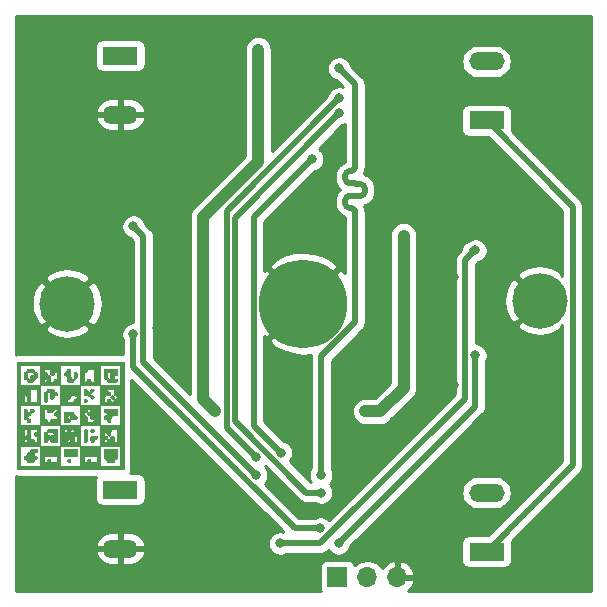
<source format=gbl>
G04 #@! TF.GenerationSoftware,KiCad,Pcbnew,(5.1.9)-1*
G04 #@! TF.CreationDate,2021-06-03T13:52:16+02:00*
G04 #@! TF.ProjectId,seriallight,73657269-616c-46c6-9967-68742e6b6963,rev?*
G04 #@! TF.SameCoordinates,Original*
G04 #@! TF.FileFunction,Copper,L2,Bot*
G04 #@! TF.FilePolarity,Positive*
%FSLAX46Y46*%
G04 Gerber Fmt 4.6, Leading zero omitted, Abs format (unit mm)*
G04 Created by KiCad (PCBNEW (5.1.9)-1) date 2021-06-03 13:52:16*
%MOMM*%
%LPD*%
G01*
G04 APERTURE LIST*
G04 #@! TA.AperFunction,EtchedComponent*
%ADD10C,0.010000*%
G04 #@! TD*
G04 #@! TA.AperFunction,ComponentPad*
%ADD11C,7.500000*%
G04 #@! TD*
G04 #@! TA.AperFunction,ComponentPad*
%ADD12R,3.000000X1.500000*%
G04 #@! TD*
G04 #@! TA.AperFunction,ComponentPad*
%ADD13O,3.000000X1.500000*%
G04 #@! TD*
G04 #@! TA.AperFunction,ComponentPad*
%ADD14R,1.700000X1.700000*%
G04 #@! TD*
G04 #@! TA.AperFunction,ComponentPad*
%ADD15O,1.700000X1.700000*%
G04 #@! TD*
G04 #@! TA.AperFunction,ComponentPad*
%ADD16C,4.700000*%
G04 #@! TD*
G04 #@! TA.AperFunction,ViaPad*
%ADD17C,0.800000*%
G04 #@! TD*
G04 #@! TA.AperFunction,Conductor*
%ADD18C,1.000000*%
G04 #@! TD*
G04 #@! TA.AperFunction,Conductor*
%ADD19C,0.500000*%
G04 #@! TD*
G04 #@! TA.AperFunction,Conductor*
%ADD20C,0.254000*%
G04 #@! TD*
G04 #@! TA.AperFunction,Conductor*
%ADD21C,0.100000*%
G04 #@! TD*
G04 APERTURE END LIST*
D10*
G36*
X84792134Y-104945866D02*
G01*
X75735867Y-104945866D01*
X75735867Y-106926925D01*
X76018875Y-106926925D01*
X76018875Y-105228874D01*
X77716925Y-105228874D01*
X77716925Y-105653387D01*
X77999933Y-105653387D01*
X78023666Y-105560810D01*
X78119590Y-105519894D01*
X78282942Y-105511883D01*
X78464090Y-105518691D01*
X78544583Y-105566348D01*
X78565270Y-105695702D01*
X78565950Y-105794891D01*
X78577816Y-105980045D01*
X78625778Y-106061877D01*
X78707454Y-106077900D01*
X78825703Y-106027870D01*
X78848958Y-105936395D01*
X78898988Y-105818147D01*
X78990463Y-105794891D01*
X79083040Y-105818624D01*
X79123955Y-105914548D01*
X79131967Y-106077900D01*
X79120100Y-106263054D01*
X79072138Y-106344885D01*
X78990463Y-106360908D01*
X78872214Y-106410937D01*
X78848958Y-106502412D01*
X78798929Y-106620661D01*
X78707454Y-106643916D01*
X78614877Y-106620183D01*
X78573962Y-106524260D01*
X78565950Y-106360908D01*
X78554084Y-106175754D01*
X78506122Y-106093922D01*
X78424446Y-106077900D01*
X78306197Y-106027870D01*
X78282942Y-105936395D01*
X78232912Y-105818147D01*
X78141438Y-105794891D01*
X78023189Y-105744862D01*
X77999933Y-105653387D01*
X77716925Y-105653387D01*
X77716925Y-106502412D01*
X77999933Y-106502412D01*
X78049963Y-106384164D01*
X78141438Y-106360908D01*
X78259686Y-106410937D01*
X78282942Y-106502412D01*
X78232912Y-106620661D01*
X78141438Y-106643916D01*
X78023189Y-106593887D01*
X77999933Y-106502412D01*
X77716925Y-106502412D01*
X77716925Y-106926925D01*
X76018875Y-106926925D01*
X75735867Y-106926925D01*
X75735867Y-108058958D01*
X76301883Y-108058958D01*
X76313750Y-107873804D01*
X76361712Y-107791973D01*
X76443387Y-107775950D01*
X76535965Y-107799682D01*
X76576880Y-107895606D01*
X76584892Y-108058958D01*
X76573025Y-108244112D01*
X76525063Y-108325943D01*
X76443387Y-108341966D01*
X76867900Y-108341966D01*
X76867900Y-107209933D01*
X77433917Y-107209933D01*
X77433917Y-108341966D01*
X76867900Y-108341966D01*
X76443387Y-108341966D01*
X76350810Y-108318234D01*
X76309895Y-108222310D01*
X76301883Y-108058958D01*
X75735867Y-108058958D01*
X75735867Y-110323025D01*
X76018875Y-110323025D01*
X76018875Y-108624975D01*
X77716925Y-108624975D01*
X77716925Y-106926925D01*
X79414975Y-106926925D01*
X79414975Y-105228874D01*
X81113025Y-105228874D01*
X81113025Y-106219404D01*
X81396034Y-106219404D01*
X81401197Y-105982305D01*
X81423878Y-105854189D01*
X81474863Y-105802696D01*
X81537538Y-105794891D01*
X81655786Y-105744862D01*
X81679042Y-105653387D01*
X81702775Y-105560810D01*
X81798699Y-105519894D01*
X81962050Y-105511883D01*
X82245059Y-105511883D01*
X82245059Y-106077900D01*
X82242104Y-106359913D01*
X82228498Y-106528931D01*
X82197123Y-106613417D01*
X82140863Y-106641833D01*
X82103555Y-106643916D01*
X81985306Y-106593887D01*
X81962050Y-106502412D01*
X81912021Y-106384164D01*
X81820546Y-106360908D01*
X81702298Y-106410937D01*
X81679042Y-106502412D01*
X81629013Y-106620661D01*
X81537538Y-106643916D01*
X81458505Y-106628427D01*
X81415800Y-106560384D01*
X81398635Y-106407428D01*
X81396034Y-106219404D01*
X81113025Y-106219404D01*
X81113025Y-106926925D01*
X82811075Y-106926925D01*
X82811075Y-105228874D01*
X84509126Y-105228874D01*
X84509126Y-106926925D01*
X82811075Y-106926925D01*
X82811075Y-108058958D01*
X83094084Y-108058958D01*
X83100892Y-107877810D01*
X83148549Y-107797317D01*
X83277903Y-107776630D01*
X83377092Y-107775950D01*
X83562246Y-107764083D01*
X83644078Y-107716121D01*
X83660100Y-107634445D01*
X83610071Y-107516197D01*
X83518596Y-107492941D01*
X83400348Y-107442912D01*
X83377092Y-107351437D01*
X83400825Y-107258860D01*
X83496749Y-107217944D01*
X83660100Y-107209933D01*
X83841249Y-107216741D01*
X83921742Y-107264398D01*
X83942428Y-107393752D01*
X83943109Y-107492941D01*
X83954975Y-107678096D01*
X84002937Y-107759927D01*
X84084613Y-107775950D01*
X84202862Y-107825979D01*
X84226117Y-107917454D01*
X84176088Y-108035702D01*
X84084613Y-108058958D01*
X83966365Y-108108987D01*
X83943109Y-108200462D01*
X83893080Y-108318711D01*
X83801605Y-108341966D01*
X83683356Y-108291937D01*
X83660100Y-108200462D01*
X83610071Y-108082214D01*
X83518596Y-108058958D01*
X83400348Y-108108987D01*
X83377092Y-108200462D01*
X83327063Y-108318711D01*
X83235588Y-108341966D01*
X83143011Y-108318234D01*
X83102095Y-108222310D01*
X83094084Y-108058958D01*
X82811075Y-108058958D01*
X82811075Y-108624975D01*
X84509126Y-108624975D01*
X84509126Y-110323025D01*
X82811075Y-110323025D01*
X82811075Y-111596562D01*
X83094084Y-111596562D01*
X83144113Y-111478314D01*
X83235588Y-111455058D01*
X83353836Y-111405029D01*
X83377092Y-111313554D01*
X83327063Y-111195306D01*
X83235588Y-111172050D01*
X83117339Y-111122021D01*
X83094084Y-111030546D01*
X83144113Y-110912297D01*
X83235588Y-110889042D01*
X83353836Y-110939071D01*
X83377092Y-111030546D01*
X83427121Y-111148794D01*
X83518596Y-111172050D01*
X83611173Y-111148317D01*
X83652089Y-111052393D01*
X83660100Y-110889042D01*
X83666909Y-110707893D01*
X83714565Y-110627400D01*
X83843920Y-110606714D01*
X83943109Y-110606033D01*
X84226117Y-110606033D01*
X84226117Y-111172050D01*
X84223163Y-111454064D01*
X84209556Y-111623082D01*
X84178181Y-111707567D01*
X84121922Y-111735984D01*
X84084613Y-111738067D01*
X83992036Y-111714334D01*
X83951120Y-111618410D01*
X83943109Y-111455058D01*
X83931242Y-111269904D01*
X83883281Y-111188073D01*
X83801605Y-111172050D01*
X83683356Y-111222079D01*
X83660100Y-111313554D01*
X83610071Y-111431803D01*
X83518596Y-111455058D01*
X83400348Y-111505088D01*
X83377092Y-111596562D01*
X83327063Y-111714811D01*
X83235588Y-111738067D01*
X83117339Y-111688037D01*
X83094084Y-111596562D01*
X82811075Y-111596562D01*
X82811075Y-112021075D01*
X81113025Y-112021075D01*
X81113025Y-113153108D01*
X81396034Y-113153108D01*
X81396034Y-112870100D01*
X82528067Y-112870100D01*
X82528067Y-113153108D01*
X82521259Y-113334257D01*
X82473602Y-113414750D01*
X82344248Y-113435436D01*
X82245059Y-113436117D01*
X82059904Y-113424250D01*
X81978073Y-113376288D01*
X81962050Y-113294613D01*
X81912021Y-113176364D01*
X81820546Y-113153108D01*
X81702298Y-113203138D01*
X81679042Y-113294613D01*
X81629013Y-113412861D01*
X81537538Y-113436117D01*
X81444961Y-113412384D01*
X81404045Y-113316460D01*
X81396034Y-113153108D01*
X81113025Y-113153108D01*
X81113025Y-113719125D01*
X82811075Y-113719125D01*
X82811075Y-112021075D01*
X84509126Y-112021075D01*
X84509126Y-113719125D01*
X82811075Y-113719125D01*
X81113025Y-113719125D01*
X79414975Y-113719125D01*
X79414975Y-112021075D01*
X77716925Y-112021075D01*
X77716925Y-110323025D01*
X76018875Y-110323025D01*
X75735867Y-110323025D01*
X75735867Y-110889042D01*
X76301883Y-110889042D01*
X76313750Y-110703887D01*
X76361712Y-110622056D01*
X76443387Y-110606033D01*
X76535965Y-110629766D01*
X76576880Y-110725690D01*
X76584892Y-110889042D01*
X76575823Y-111030546D01*
X76867900Y-111030546D01*
X76867900Y-110606033D01*
X77150908Y-110606033D01*
X77336063Y-110617900D01*
X77417894Y-110665862D01*
X77433917Y-110747537D01*
X77383887Y-110865786D01*
X77292412Y-110889042D01*
X77174164Y-110939071D01*
X77150908Y-111030546D01*
X77200938Y-111148794D01*
X77292412Y-111172050D01*
X77384990Y-111195783D01*
X77425905Y-111291707D01*
X77433917Y-111455058D01*
X77422050Y-111640213D01*
X77374088Y-111722044D01*
X77292412Y-111738067D01*
X77174164Y-111688037D01*
X77150908Y-111596562D01*
X77100879Y-111478314D01*
X77009404Y-111455058D01*
X76930371Y-111439569D01*
X76887666Y-111371526D01*
X76870501Y-111218570D01*
X76867900Y-111030546D01*
X76575823Y-111030546D01*
X76573025Y-111074196D01*
X76525063Y-111156027D01*
X76443387Y-111172050D01*
X76350810Y-111148317D01*
X76309895Y-111052393D01*
X76301883Y-110889042D01*
X75735867Y-110889042D01*
X75735867Y-111596562D01*
X76301883Y-111596562D01*
X76351912Y-111478314D01*
X76443387Y-111455058D01*
X76561636Y-111505088D01*
X76584892Y-111596562D01*
X76534862Y-111714811D01*
X76443387Y-111738067D01*
X76325139Y-111688037D01*
X76301883Y-111596562D01*
X75735867Y-111596562D01*
X75735867Y-113719125D01*
X76018875Y-113719125D01*
X76018875Y-112021075D01*
X77716925Y-112021075D01*
X77716925Y-113153108D01*
X77999933Y-113153108D01*
X77999933Y-112870100D01*
X79131967Y-112870100D01*
X79131967Y-113153108D01*
X79125159Y-113334257D01*
X79077502Y-113414750D01*
X78948147Y-113435436D01*
X78848958Y-113436117D01*
X78663804Y-113424250D01*
X78581973Y-113376288D01*
X78565950Y-113294613D01*
X78515921Y-113176364D01*
X78424446Y-113153108D01*
X78306197Y-113203138D01*
X78282942Y-113294613D01*
X78232912Y-113412861D01*
X78141438Y-113436117D01*
X78048860Y-113412384D01*
X78007945Y-113316460D01*
X77999933Y-113153108D01*
X77716925Y-113153108D01*
X77716925Y-113719125D01*
X76018875Y-113719125D01*
X75735867Y-113719125D01*
X75735867Y-114002133D01*
X84792134Y-114002133D01*
X84792134Y-104945866D01*
G37*
X84792134Y-104945866D02*
X75735867Y-104945866D01*
X75735867Y-106926925D01*
X76018875Y-106926925D01*
X76018875Y-105228874D01*
X77716925Y-105228874D01*
X77716925Y-105653387D01*
X77999933Y-105653387D01*
X78023666Y-105560810D01*
X78119590Y-105519894D01*
X78282942Y-105511883D01*
X78464090Y-105518691D01*
X78544583Y-105566348D01*
X78565270Y-105695702D01*
X78565950Y-105794891D01*
X78577816Y-105980045D01*
X78625778Y-106061877D01*
X78707454Y-106077900D01*
X78825703Y-106027870D01*
X78848958Y-105936395D01*
X78898988Y-105818147D01*
X78990463Y-105794891D01*
X79083040Y-105818624D01*
X79123955Y-105914548D01*
X79131967Y-106077900D01*
X79120100Y-106263054D01*
X79072138Y-106344885D01*
X78990463Y-106360908D01*
X78872214Y-106410937D01*
X78848958Y-106502412D01*
X78798929Y-106620661D01*
X78707454Y-106643916D01*
X78614877Y-106620183D01*
X78573962Y-106524260D01*
X78565950Y-106360908D01*
X78554084Y-106175754D01*
X78506122Y-106093922D01*
X78424446Y-106077900D01*
X78306197Y-106027870D01*
X78282942Y-105936395D01*
X78232912Y-105818147D01*
X78141438Y-105794891D01*
X78023189Y-105744862D01*
X77999933Y-105653387D01*
X77716925Y-105653387D01*
X77716925Y-106502412D01*
X77999933Y-106502412D01*
X78049963Y-106384164D01*
X78141438Y-106360908D01*
X78259686Y-106410937D01*
X78282942Y-106502412D01*
X78232912Y-106620661D01*
X78141438Y-106643916D01*
X78023189Y-106593887D01*
X77999933Y-106502412D01*
X77716925Y-106502412D01*
X77716925Y-106926925D01*
X76018875Y-106926925D01*
X75735867Y-106926925D01*
X75735867Y-108058958D01*
X76301883Y-108058958D01*
X76313750Y-107873804D01*
X76361712Y-107791973D01*
X76443387Y-107775950D01*
X76535965Y-107799682D01*
X76576880Y-107895606D01*
X76584892Y-108058958D01*
X76573025Y-108244112D01*
X76525063Y-108325943D01*
X76443387Y-108341966D01*
X76867900Y-108341966D01*
X76867900Y-107209933D01*
X77433917Y-107209933D01*
X77433917Y-108341966D01*
X76867900Y-108341966D01*
X76443387Y-108341966D01*
X76350810Y-108318234D01*
X76309895Y-108222310D01*
X76301883Y-108058958D01*
X75735867Y-108058958D01*
X75735867Y-110323025D01*
X76018875Y-110323025D01*
X76018875Y-108624975D01*
X77716925Y-108624975D01*
X77716925Y-106926925D01*
X79414975Y-106926925D01*
X79414975Y-105228874D01*
X81113025Y-105228874D01*
X81113025Y-106219404D01*
X81396034Y-106219404D01*
X81401197Y-105982305D01*
X81423878Y-105854189D01*
X81474863Y-105802696D01*
X81537538Y-105794891D01*
X81655786Y-105744862D01*
X81679042Y-105653387D01*
X81702775Y-105560810D01*
X81798699Y-105519894D01*
X81962050Y-105511883D01*
X82245059Y-105511883D01*
X82245059Y-106077900D01*
X82242104Y-106359913D01*
X82228498Y-106528931D01*
X82197123Y-106613417D01*
X82140863Y-106641833D01*
X82103555Y-106643916D01*
X81985306Y-106593887D01*
X81962050Y-106502412D01*
X81912021Y-106384164D01*
X81820546Y-106360908D01*
X81702298Y-106410937D01*
X81679042Y-106502412D01*
X81629013Y-106620661D01*
X81537538Y-106643916D01*
X81458505Y-106628427D01*
X81415800Y-106560384D01*
X81398635Y-106407428D01*
X81396034Y-106219404D01*
X81113025Y-106219404D01*
X81113025Y-106926925D01*
X82811075Y-106926925D01*
X82811075Y-105228874D01*
X84509126Y-105228874D01*
X84509126Y-106926925D01*
X82811075Y-106926925D01*
X82811075Y-108058958D01*
X83094084Y-108058958D01*
X83100892Y-107877810D01*
X83148549Y-107797317D01*
X83277903Y-107776630D01*
X83377092Y-107775950D01*
X83562246Y-107764083D01*
X83644078Y-107716121D01*
X83660100Y-107634445D01*
X83610071Y-107516197D01*
X83518596Y-107492941D01*
X83400348Y-107442912D01*
X83377092Y-107351437D01*
X83400825Y-107258860D01*
X83496749Y-107217944D01*
X83660100Y-107209933D01*
X83841249Y-107216741D01*
X83921742Y-107264398D01*
X83942428Y-107393752D01*
X83943109Y-107492941D01*
X83954975Y-107678096D01*
X84002937Y-107759927D01*
X84084613Y-107775950D01*
X84202862Y-107825979D01*
X84226117Y-107917454D01*
X84176088Y-108035702D01*
X84084613Y-108058958D01*
X83966365Y-108108987D01*
X83943109Y-108200462D01*
X83893080Y-108318711D01*
X83801605Y-108341966D01*
X83683356Y-108291937D01*
X83660100Y-108200462D01*
X83610071Y-108082214D01*
X83518596Y-108058958D01*
X83400348Y-108108987D01*
X83377092Y-108200462D01*
X83327063Y-108318711D01*
X83235588Y-108341966D01*
X83143011Y-108318234D01*
X83102095Y-108222310D01*
X83094084Y-108058958D01*
X82811075Y-108058958D01*
X82811075Y-108624975D01*
X84509126Y-108624975D01*
X84509126Y-110323025D01*
X82811075Y-110323025D01*
X82811075Y-111596562D01*
X83094084Y-111596562D01*
X83144113Y-111478314D01*
X83235588Y-111455058D01*
X83353836Y-111405029D01*
X83377092Y-111313554D01*
X83327063Y-111195306D01*
X83235588Y-111172050D01*
X83117339Y-111122021D01*
X83094084Y-111030546D01*
X83144113Y-110912297D01*
X83235588Y-110889042D01*
X83353836Y-110939071D01*
X83377092Y-111030546D01*
X83427121Y-111148794D01*
X83518596Y-111172050D01*
X83611173Y-111148317D01*
X83652089Y-111052393D01*
X83660100Y-110889042D01*
X83666909Y-110707893D01*
X83714565Y-110627400D01*
X83843920Y-110606714D01*
X83943109Y-110606033D01*
X84226117Y-110606033D01*
X84226117Y-111172050D01*
X84223163Y-111454064D01*
X84209556Y-111623082D01*
X84178181Y-111707567D01*
X84121922Y-111735984D01*
X84084613Y-111738067D01*
X83992036Y-111714334D01*
X83951120Y-111618410D01*
X83943109Y-111455058D01*
X83931242Y-111269904D01*
X83883281Y-111188073D01*
X83801605Y-111172050D01*
X83683356Y-111222079D01*
X83660100Y-111313554D01*
X83610071Y-111431803D01*
X83518596Y-111455058D01*
X83400348Y-111505088D01*
X83377092Y-111596562D01*
X83327063Y-111714811D01*
X83235588Y-111738067D01*
X83117339Y-111688037D01*
X83094084Y-111596562D01*
X82811075Y-111596562D01*
X82811075Y-112021075D01*
X81113025Y-112021075D01*
X81113025Y-113153108D01*
X81396034Y-113153108D01*
X81396034Y-112870100D01*
X82528067Y-112870100D01*
X82528067Y-113153108D01*
X82521259Y-113334257D01*
X82473602Y-113414750D01*
X82344248Y-113435436D01*
X82245059Y-113436117D01*
X82059904Y-113424250D01*
X81978073Y-113376288D01*
X81962050Y-113294613D01*
X81912021Y-113176364D01*
X81820546Y-113153108D01*
X81702298Y-113203138D01*
X81679042Y-113294613D01*
X81629013Y-113412861D01*
X81537538Y-113436117D01*
X81444961Y-113412384D01*
X81404045Y-113316460D01*
X81396034Y-113153108D01*
X81113025Y-113153108D01*
X81113025Y-113719125D01*
X82811075Y-113719125D01*
X82811075Y-112021075D01*
X84509126Y-112021075D01*
X84509126Y-113719125D01*
X82811075Y-113719125D01*
X81113025Y-113719125D01*
X79414975Y-113719125D01*
X79414975Y-112021075D01*
X77716925Y-112021075D01*
X77716925Y-110323025D01*
X76018875Y-110323025D01*
X75735867Y-110323025D01*
X75735867Y-110889042D01*
X76301883Y-110889042D01*
X76313750Y-110703887D01*
X76361712Y-110622056D01*
X76443387Y-110606033D01*
X76535965Y-110629766D01*
X76576880Y-110725690D01*
X76584892Y-110889042D01*
X76575823Y-111030546D01*
X76867900Y-111030546D01*
X76867900Y-110606033D01*
X77150908Y-110606033D01*
X77336063Y-110617900D01*
X77417894Y-110665862D01*
X77433917Y-110747537D01*
X77383887Y-110865786D01*
X77292412Y-110889042D01*
X77174164Y-110939071D01*
X77150908Y-111030546D01*
X77200938Y-111148794D01*
X77292412Y-111172050D01*
X77384990Y-111195783D01*
X77425905Y-111291707D01*
X77433917Y-111455058D01*
X77422050Y-111640213D01*
X77374088Y-111722044D01*
X77292412Y-111738067D01*
X77174164Y-111688037D01*
X77150908Y-111596562D01*
X77100879Y-111478314D01*
X77009404Y-111455058D01*
X76930371Y-111439569D01*
X76887666Y-111371526D01*
X76870501Y-111218570D01*
X76867900Y-111030546D01*
X76575823Y-111030546D01*
X76573025Y-111074196D01*
X76525063Y-111156027D01*
X76443387Y-111172050D01*
X76350810Y-111148317D01*
X76309895Y-111052393D01*
X76301883Y-110889042D01*
X75735867Y-110889042D01*
X75735867Y-111596562D01*
X76301883Y-111596562D01*
X76351912Y-111478314D01*
X76443387Y-111455058D01*
X76561636Y-111505088D01*
X76584892Y-111596562D01*
X76534862Y-111714811D01*
X76443387Y-111738067D01*
X76325139Y-111688037D01*
X76301883Y-111596562D01*
X75735867Y-111596562D01*
X75735867Y-113719125D01*
X76018875Y-113719125D01*
X76018875Y-112021075D01*
X77716925Y-112021075D01*
X77716925Y-113153108D01*
X77999933Y-113153108D01*
X77999933Y-112870100D01*
X79131967Y-112870100D01*
X79131967Y-113153108D01*
X79125159Y-113334257D01*
X79077502Y-113414750D01*
X78948147Y-113435436D01*
X78848958Y-113436117D01*
X78663804Y-113424250D01*
X78581973Y-113376288D01*
X78565950Y-113294613D01*
X78515921Y-113176364D01*
X78424446Y-113153108D01*
X78306197Y-113203138D01*
X78282942Y-113294613D01*
X78232912Y-113412861D01*
X78141438Y-113436117D01*
X78048860Y-113412384D01*
X78007945Y-113316460D01*
X77999933Y-113153108D01*
X77716925Y-113153108D01*
X77716925Y-113719125D01*
X76018875Y-113719125D01*
X75735867Y-113719125D01*
X75735867Y-114002133D01*
X84792134Y-114002133D01*
X84792134Y-104945866D01*
G36*
X77053054Y-106632050D02*
G01*
X77134885Y-106584088D01*
X77150908Y-106502412D01*
X77200938Y-106384164D01*
X77292412Y-106360908D01*
X77384990Y-106337175D01*
X77425905Y-106241251D01*
X77433917Y-106077900D01*
X77422050Y-105892745D01*
X77374088Y-105810914D01*
X77292412Y-105794891D01*
X77174164Y-105744862D01*
X77150908Y-105653387D01*
X77127175Y-105560810D01*
X77031252Y-105519894D01*
X76867900Y-105511883D01*
X76682746Y-105523749D01*
X76600915Y-105571711D01*
X76584892Y-105653387D01*
X76534862Y-105771635D01*
X76443387Y-105794891D01*
X76350810Y-105818624D01*
X76309895Y-105914548D01*
X76301883Y-106077900D01*
X76584892Y-106077900D01*
X76591700Y-105896751D01*
X76639357Y-105816258D01*
X76768711Y-105795572D01*
X76867900Y-105794891D01*
X77053054Y-105806758D01*
X77134885Y-105854719D01*
X77150908Y-105936395D01*
X77100879Y-106054644D01*
X77009404Y-106077900D01*
X76891156Y-106127929D01*
X76867900Y-106219404D01*
X76817871Y-106337652D01*
X76726396Y-106360908D01*
X76633819Y-106337175D01*
X76592903Y-106241251D01*
X76584892Y-106077900D01*
X76301883Y-106077900D01*
X76313750Y-106263054D01*
X76361712Y-106344885D01*
X76443387Y-106360908D01*
X76561636Y-106410937D01*
X76584892Y-106502412D01*
X76608624Y-106594989D01*
X76704548Y-106635905D01*
X76867900Y-106643916D01*
X77053054Y-106632050D01*
G37*
X77053054Y-106632050D02*
X77134885Y-106584088D01*
X77150908Y-106502412D01*
X77200938Y-106384164D01*
X77292412Y-106360908D01*
X77384990Y-106337175D01*
X77425905Y-106241251D01*
X77433917Y-106077900D01*
X77422050Y-105892745D01*
X77374088Y-105810914D01*
X77292412Y-105794891D01*
X77174164Y-105744862D01*
X77150908Y-105653387D01*
X77127175Y-105560810D01*
X77031252Y-105519894D01*
X76867900Y-105511883D01*
X76682746Y-105523749D01*
X76600915Y-105571711D01*
X76584892Y-105653387D01*
X76534862Y-105771635D01*
X76443387Y-105794891D01*
X76350810Y-105818624D01*
X76309895Y-105914548D01*
X76301883Y-106077900D01*
X76584892Y-106077900D01*
X76591700Y-105896751D01*
X76639357Y-105816258D01*
X76768711Y-105795572D01*
X76867900Y-105794891D01*
X77053054Y-105806758D01*
X77134885Y-105854719D01*
X77150908Y-105936395D01*
X77100879Y-106054644D01*
X77009404Y-106077900D01*
X76891156Y-106127929D01*
X76867900Y-106219404D01*
X76817871Y-106337652D01*
X76726396Y-106360908D01*
X76633819Y-106337175D01*
X76592903Y-106241251D01*
X76584892Y-106077900D01*
X76301883Y-106077900D01*
X76313750Y-106263054D01*
X76361712Y-106344885D01*
X76443387Y-106360908D01*
X76561636Y-106410937D01*
X76584892Y-106502412D01*
X76608624Y-106594989D01*
X76704548Y-106635905D01*
X76867900Y-106643916D01*
X77053054Y-106632050D01*
G36*
X80449155Y-106632050D02*
G01*
X80530986Y-106584088D01*
X80547009Y-106502412D01*
X80597038Y-106384164D01*
X80688513Y-106360908D01*
X80781090Y-106337175D01*
X80822005Y-106241251D01*
X80830017Y-106077900D01*
X80818151Y-105892745D01*
X80770189Y-105810914D01*
X80688513Y-105794891D01*
X80595936Y-105818624D01*
X80555020Y-105914548D01*
X80547009Y-106077900D01*
X80535142Y-106263054D01*
X80487180Y-106344885D01*
X80405504Y-106360908D01*
X80326471Y-106345418D01*
X80283766Y-106277376D01*
X80266602Y-106124420D01*
X80264000Y-105936395D01*
X80258837Y-105699296D01*
X80236156Y-105571181D01*
X80185171Y-105519687D01*
X80122496Y-105511883D01*
X80004248Y-105561912D01*
X79980992Y-105653387D01*
X79930963Y-105771635D01*
X79839488Y-105794891D01*
X79721239Y-105844920D01*
X79697983Y-105936395D01*
X79748013Y-106054644D01*
X79839488Y-106077900D01*
X79932065Y-106101632D01*
X79972980Y-106197556D01*
X79980992Y-106360908D01*
X79987800Y-106542056D01*
X80035457Y-106622549D01*
X80164811Y-106643236D01*
X80264000Y-106643916D01*
X80449155Y-106632050D01*
G37*
X80449155Y-106632050D02*
X80530986Y-106584088D01*
X80547009Y-106502412D01*
X80597038Y-106384164D01*
X80688513Y-106360908D01*
X80781090Y-106337175D01*
X80822005Y-106241251D01*
X80830017Y-106077900D01*
X80818151Y-105892745D01*
X80770189Y-105810914D01*
X80688513Y-105794891D01*
X80595936Y-105818624D01*
X80555020Y-105914548D01*
X80547009Y-106077900D01*
X80535142Y-106263054D01*
X80487180Y-106344885D01*
X80405504Y-106360908D01*
X80326471Y-106345418D01*
X80283766Y-106277376D01*
X80266602Y-106124420D01*
X80264000Y-105936395D01*
X80258837Y-105699296D01*
X80236156Y-105571181D01*
X80185171Y-105519687D01*
X80122496Y-105511883D01*
X80004248Y-105561912D01*
X79980992Y-105653387D01*
X79930963Y-105771635D01*
X79839488Y-105794891D01*
X79721239Y-105844920D01*
X79697983Y-105936395D01*
X79748013Y-106054644D01*
X79839488Y-106077900D01*
X79932065Y-106101632D01*
X79972980Y-106197556D01*
X79980992Y-106360908D01*
X79987800Y-106542056D01*
X80035457Y-106622549D01*
X80164811Y-106643236D01*
X80264000Y-106643916D01*
X80449155Y-106632050D01*
G36*
X84038704Y-106638753D02*
G01*
X84166819Y-106616072D01*
X84218313Y-106565087D01*
X84226117Y-106502412D01*
X84176088Y-106384164D01*
X84084613Y-106360908D01*
X83966365Y-106310879D01*
X83943109Y-106219404D01*
X83993138Y-106101155D01*
X84084613Y-106077900D01*
X84177190Y-106054167D01*
X84218106Y-105958243D01*
X84226117Y-105794891D01*
X84226117Y-105511883D01*
X83094084Y-105511883D01*
X83094084Y-105936395D01*
X83097165Y-106077900D01*
X83377092Y-106077900D01*
X83388959Y-105892745D01*
X83436920Y-105810914D01*
X83518596Y-105794891D01*
X83611173Y-105818624D01*
X83652089Y-105914548D01*
X83660100Y-106077900D01*
X83648234Y-106263054D01*
X83600272Y-106344885D01*
X83518596Y-106360908D01*
X83426019Y-106337175D01*
X83385104Y-106241251D01*
X83377092Y-106077900D01*
X83097165Y-106077900D01*
X83099247Y-106173494D01*
X83121928Y-106301610D01*
X83172913Y-106353104D01*
X83235588Y-106360908D01*
X83353836Y-106410937D01*
X83377092Y-106502412D01*
X83392582Y-106581445D01*
X83460624Y-106624150D01*
X83613580Y-106641315D01*
X83801605Y-106643916D01*
X84038704Y-106638753D01*
G37*
X84038704Y-106638753D02*
X84166819Y-106616072D01*
X84218313Y-106565087D01*
X84226117Y-106502412D01*
X84176088Y-106384164D01*
X84084613Y-106360908D01*
X83966365Y-106310879D01*
X83943109Y-106219404D01*
X83993138Y-106101155D01*
X84084613Y-106077900D01*
X84177190Y-106054167D01*
X84218106Y-105958243D01*
X84226117Y-105794891D01*
X84226117Y-105511883D01*
X83094084Y-105511883D01*
X83094084Y-105936395D01*
X83097165Y-106077900D01*
X83377092Y-106077900D01*
X83388959Y-105892745D01*
X83436920Y-105810914D01*
X83518596Y-105794891D01*
X83611173Y-105818624D01*
X83652089Y-105914548D01*
X83660100Y-106077900D01*
X83648234Y-106263054D01*
X83600272Y-106344885D01*
X83518596Y-106360908D01*
X83426019Y-106337175D01*
X83385104Y-106241251D01*
X83377092Y-106077900D01*
X83097165Y-106077900D01*
X83099247Y-106173494D01*
X83121928Y-106301610D01*
X83172913Y-106353104D01*
X83235588Y-106360908D01*
X83353836Y-106410937D01*
X83377092Y-106502412D01*
X83392582Y-106581445D01*
X83460624Y-106624150D01*
X83613580Y-106641315D01*
X83801605Y-106643916D01*
X84038704Y-106638753D01*
G36*
X82811075Y-110323025D02*
G01*
X82811075Y-108624975D01*
X81113025Y-108624975D01*
X81113025Y-106926925D01*
X79414975Y-106926925D01*
X79414975Y-108200462D01*
X79980992Y-108200462D01*
X80031021Y-108082214D01*
X80122496Y-108058958D01*
X80240745Y-108008929D01*
X80264000Y-107917454D01*
X80287733Y-107824877D01*
X80383657Y-107783961D01*
X80547009Y-107775950D01*
X80732163Y-107787816D01*
X80813994Y-107835778D01*
X80830017Y-107917454D01*
X80779988Y-108035702D01*
X80688513Y-108058958D01*
X80570264Y-108108987D01*
X80547009Y-108200462D01*
X80523276Y-108293039D01*
X80427352Y-108333955D01*
X80264000Y-108341966D01*
X80078846Y-108330100D01*
X79997015Y-108282138D01*
X79980992Y-108200462D01*
X79414975Y-108200462D01*
X79414975Y-108624975D01*
X77716925Y-108624975D01*
X77716925Y-109332496D01*
X77999933Y-109332496D01*
X78005097Y-109095397D01*
X78027777Y-108967281D01*
X78078763Y-108915787D01*
X78141438Y-108907983D01*
X78259686Y-108958012D01*
X78282942Y-109049487D01*
X78306675Y-109142064D01*
X78402598Y-109182980D01*
X78565950Y-109190991D01*
X78751104Y-109179125D01*
X78832935Y-109131163D01*
X78848958Y-109049487D01*
X78898988Y-108931239D01*
X78990463Y-108907983D01*
X79108711Y-108958012D01*
X79131967Y-109049487D01*
X79081937Y-109167736D01*
X78990463Y-109190991D01*
X78872214Y-109241021D01*
X78848958Y-109332496D01*
X78898988Y-109450744D01*
X78990463Y-109474000D01*
X79108711Y-109524029D01*
X79131967Y-109615504D01*
X79108234Y-109708081D01*
X79012310Y-109748997D01*
X78848958Y-109757008D01*
X78663804Y-109768875D01*
X78581973Y-109816836D01*
X78565950Y-109898512D01*
X78515921Y-110016761D01*
X78424446Y-110040017D01*
X78306197Y-109989987D01*
X78282942Y-109898512D01*
X78232912Y-109780264D01*
X78141438Y-109757008D01*
X78062405Y-109741519D01*
X78019699Y-109673476D01*
X78002535Y-109520520D01*
X77999933Y-109332496D01*
X77716925Y-109332496D01*
X77716925Y-110323025D01*
X79414975Y-110323025D01*
X79414975Y-108624975D01*
X81113025Y-108624975D01*
X81113025Y-109332496D01*
X81396034Y-109332496D01*
X81446063Y-109214247D01*
X81537538Y-109190991D01*
X81655786Y-109140962D01*
X81679042Y-109049487D01*
X81729071Y-108931239D01*
X81820546Y-108907983D01*
X81938795Y-108958012D01*
X81962050Y-109049487D01*
X81912021Y-109167736D01*
X81820546Y-109190991D01*
X81702298Y-109241021D01*
X81679042Y-109332496D01*
X81729071Y-109450744D01*
X81820546Y-109474000D01*
X81938795Y-109524029D01*
X81962050Y-109615504D01*
X82012080Y-109733752D01*
X82103555Y-109757008D01*
X82221803Y-109807037D01*
X82245059Y-109898512D01*
X82221326Y-109991089D01*
X82125402Y-110032005D01*
X81962050Y-110040017D01*
X81780902Y-110033208D01*
X81700409Y-109985552D01*
X81679723Y-109856197D01*
X81679042Y-109757008D01*
X81667176Y-109571854D01*
X81619214Y-109490023D01*
X81537538Y-109474000D01*
X81419289Y-109423971D01*
X81396034Y-109332496D01*
X81113025Y-109332496D01*
X81113025Y-110323025D01*
X79414975Y-110323025D01*
X79414975Y-110747537D01*
X79697983Y-110747537D01*
X79748013Y-110629289D01*
X79839488Y-110606033D01*
X79957736Y-110656063D01*
X79980992Y-110747537D01*
X80264000Y-110747537D01*
X80314029Y-110629289D01*
X80405504Y-110606033D01*
X80523753Y-110656063D01*
X80547009Y-110747537D01*
X80496979Y-110865786D01*
X80405504Y-110889042D01*
X80287256Y-110839012D01*
X80264000Y-110747537D01*
X79980992Y-110747537D01*
X79930963Y-110865786D01*
X79839488Y-110889042D01*
X79721239Y-110839012D01*
X79697983Y-110747537D01*
X79414975Y-110747537D01*
X79414975Y-111596562D01*
X79980992Y-111596562D01*
X80031021Y-111478314D01*
X80122496Y-111455058D01*
X80547009Y-111455058D01*
X80558875Y-111269904D01*
X80606837Y-111188073D01*
X80688513Y-111172050D01*
X80781090Y-111195783D01*
X80822005Y-111291707D01*
X80830017Y-111455058D01*
X80818151Y-111640213D01*
X80770189Y-111722044D01*
X80688513Y-111738067D01*
X80595936Y-111714334D01*
X80555020Y-111618410D01*
X80547009Y-111455058D01*
X80122496Y-111455058D01*
X80240745Y-111505088D01*
X80264000Y-111596562D01*
X80213971Y-111714811D01*
X80122496Y-111738067D01*
X80004248Y-111688037D01*
X79980992Y-111596562D01*
X79414975Y-111596562D01*
X79414975Y-112021075D01*
X81113025Y-112021075D01*
X81113025Y-110323025D01*
X82811075Y-110323025D01*
G37*
X82811075Y-110323025D02*
X82811075Y-108624975D01*
X81113025Y-108624975D01*
X81113025Y-106926925D01*
X79414975Y-106926925D01*
X79414975Y-108200462D01*
X79980992Y-108200462D01*
X80031021Y-108082214D01*
X80122496Y-108058958D01*
X80240745Y-108008929D01*
X80264000Y-107917454D01*
X80287733Y-107824877D01*
X80383657Y-107783961D01*
X80547009Y-107775950D01*
X80732163Y-107787816D01*
X80813994Y-107835778D01*
X80830017Y-107917454D01*
X80779988Y-108035702D01*
X80688513Y-108058958D01*
X80570264Y-108108987D01*
X80547009Y-108200462D01*
X80523276Y-108293039D01*
X80427352Y-108333955D01*
X80264000Y-108341966D01*
X80078846Y-108330100D01*
X79997015Y-108282138D01*
X79980992Y-108200462D01*
X79414975Y-108200462D01*
X79414975Y-108624975D01*
X77716925Y-108624975D01*
X77716925Y-109332496D01*
X77999933Y-109332496D01*
X78005097Y-109095397D01*
X78027777Y-108967281D01*
X78078763Y-108915787D01*
X78141438Y-108907983D01*
X78259686Y-108958012D01*
X78282942Y-109049487D01*
X78306675Y-109142064D01*
X78402598Y-109182980D01*
X78565950Y-109190991D01*
X78751104Y-109179125D01*
X78832935Y-109131163D01*
X78848958Y-109049487D01*
X78898988Y-108931239D01*
X78990463Y-108907983D01*
X79108711Y-108958012D01*
X79131967Y-109049487D01*
X79081937Y-109167736D01*
X78990463Y-109190991D01*
X78872214Y-109241021D01*
X78848958Y-109332496D01*
X78898988Y-109450744D01*
X78990463Y-109474000D01*
X79108711Y-109524029D01*
X79131967Y-109615504D01*
X79108234Y-109708081D01*
X79012310Y-109748997D01*
X78848958Y-109757008D01*
X78663804Y-109768875D01*
X78581973Y-109816836D01*
X78565950Y-109898512D01*
X78515921Y-110016761D01*
X78424446Y-110040017D01*
X78306197Y-109989987D01*
X78282942Y-109898512D01*
X78232912Y-109780264D01*
X78141438Y-109757008D01*
X78062405Y-109741519D01*
X78019699Y-109673476D01*
X78002535Y-109520520D01*
X77999933Y-109332496D01*
X77716925Y-109332496D01*
X77716925Y-110323025D01*
X79414975Y-110323025D01*
X79414975Y-108624975D01*
X81113025Y-108624975D01*
X81113025Y-109332496D01*
X81396034Y-109332496D01*
X81446063Y-109214247D01*
X81537538Y-109190991D01*
X81655786Y-109140962D01*
X81679042Y-109049487D01*
X81729071Y-108931239D01*
X81820546Y-108907983D01*
X81938795Y-108958012D01*
X81962050Y-109049487D01*
X81912021Y-109167736D01*
X81820546Y-109190991D01*
X81702298Y-109241021D01*
X81679042Y-109332496D01*
X81729071Y-109450744D01*
X81820546Y-109474000D01*
X81938795Y-109524029D01*
X81962050Y-109615504D01*
X82012080Y-109733752D01*
X82103555Y-109757008D01*
X82221803Y-109807037D01*
X82245059Y-109898512D01*
X82221326Y-109991089D01*
X82125402Y-110032005D01*
X81962050Y-110040017D01*
X81780902Y-110033208D01*
X81700409Y-109985552D01*
X81679723Y-109856197D01*
X81679042Y-109757008D01*
X81667176Y-109571854D01*
X81619214Y-109490023D01*
X81537538Y-109474000D01*
X81419289Y-109423971D01*
X81396034Y-109332496D01*
X81113025Y-109332496D01*
X81113025Y-110323025D01*
X79414975Y-110323025D01*
X79414975Y-110747537D01*
X79697983Y-110747537D01*
X79748013Y-110629289D01*
X79839488Y-110606033D01*
X79957736Y-110656063D01*
X79980992Y-110747537D01*
X80264000Y-110747537D01*
X80314029Y-110629289D01*
X80405504Y-110606033D01*
X80523753Y-110656063D01*
X80547009Y-110747537D01*
X80496979Y-110865786D01*
X80405504Y-110889042D01*
X80287256Y-110839012D01*
X80264000Y-110747537D01*
X79980992Y-110747537D01*
X79930963Y-110865786D01*
X79839488Y-110889042D01*
X79721239Y-110839012D01*
X79697983Y-110747537D01*
X79414975Y-110747537D01*
X79414975Y-111596562D01*
X79980992Y-111596562D01*
X80031021Y-111478314D01*
X80122496Y-111455058D01*
X80547009Y-111455058D01*
X80558875Y-111269904D01*
X80606837Y-111188073D01*
X80688513Y-111172050D01*
X80781090Y-111195783D01*
X80822005Y-111291707D01*
X80830017Y-111455058D01*
X80818151Y-111640213D01*
X80770189Y-111722044D01*
X80688513Y-111738067D01*
X80595936Y-111714334D01*
X80555020Y-111618410D01*
X80547009Y-111455058D01*
X80122496Y-111455058D01*
X80240745Y-111505088D01*
X80264000Y-111596562D01*
X80213971Y-111714811D01*
X80122496Y-111738067D01*
X80004248Y-111688037D01*
X79980992Y-111596562D01*
X79414975Y-111596562D01*
X79414975Y-112021075D01*
X81113025Y-112021075D01*
X81113025Y-110323025D01*
X82811075Y-110323025D01*
G36*
X78220470Y-108326477D02*
G01*
X78263176Y-108258434D01*
X78280340Y-108105478D01*
X78282942Y-107917454D01*
X78288105Y-107680355D01*
X78310786Y-107552239D01*
X78361771Y-107500746D01*
X78424446Y-107492941D01*
X78517023Y-107516674D01*
X78557939Y-107612598D01*
X78565950Y-107775950D01*
X78577816Y-107961104D01*
X78625778Y-108042935D01*
X78707454Y-108058958D01*
X78825703Y-108008929D01*
X78848958Y-107917454D01*
X78898988Y-107799205D01*
X78990463Y-107775950D01*
X79108711Y-107725920D01*
X79131967Y-107634445D01*
X79081937Y-107516197D01*
X78990463Y-107492941D01*
X78872214Y-107442912D01*
X78848958Y-107351437D01*
X78825226Y-107258860D01*
X78729302Y-107217944D01*
X78565950Y-107209933D01*
X78380796Y-107221799D01*
X78298965Y-107269761D01*
X78282942Y-107351437D01*
X78232912Y-107469686D01*
X78141438Y-107492941D01*
X78062405Y-107508431D01*
X78019699Y-107576473D01*
X78002535Y-107729429D01*
X77999933Y-107917454D01*
X78005097Y-108154553D01*
X78027777Y-108282668D01*
X78078763Y-108334162D01*
X78141438Y-108341966D01*
X78220470Y-108326477D01*
G37*
X78220470Y-108326477D02*
X78263176Y-108258434D01*
X78280340Y-108105478D01*
X78282942Y-107917454D01*
X78288105Y-107680355D01*
X78310786Y-107552239D01*
X78361771Y-107500746D01*
X78424446Y-107492941D01*
X78517023Y-107516674D01*
X78557939Y-107612598D01*
X78565950Y-107775950D01*
X78577816Y-107961104D01*
X78625778Y-108042935D01*
X78707454Y-108058958D01*
X78825703Y-108008929D01*
X78848958Y-107917454D01*
X78898988Y-107799205D01*
X78990463Y-107775950D01*
X79108711Y-107725920D01*
X79131967Y-107634445D01*
X79081937Y-107516197D01*
X78990463Y-107492941D01*
X78872214Y-107442912D01*
X78848958Y-107351437D01*
X78825226Y-107258860D01*
X78729302Y-107217944D01*
X78565950Y-107209933D01*
X78380796Y-107221799D01*
X78298965Y-107269761D01*
X78282942Y-107351437D01*
X78232912Y-107469686D01*
X78141438Y-107492941D01*
X78062405Y-107508431D01*
X78019699Y-107576473D01*
X78002535Y-107729429D01*
X77999933Y-107917454D01*
X78005097Y-108154553D01*
X78027777Y-108282668D01*
X78078763Y-108334162D01*
X78141438Y-108341966D01*
X78220470Y-108326477D01*
G36*
X82221803Y-108008929D02*
G01*
X82245059Y-107917454D01*
X82195029Y-107799205D01*
X82103555Y-107775950D01*
X81985306Y-107725920D01*
X81962050Y-107634445D01*
X82012080Y-107516197D01*
X82103555Y-107492941D01*
X82221803Y-107442912D01*
X82245059Y-107351437D01*
X82195029Y-107233189D01*
X82103555Y-107209933D01*
X81985306Y-107259962D01*
X81962050Y-107351437D01*
X81912021Y-107469686D01*
X81820546Y-107492941D01*
X81702298Y-107442912D01*
X81679042Y-107351437D01*
X81629013Y-107233189D01*
X81537538Y-107209933D01*
X81444961Y-107233666D01*
X81404045Y-107329590D01*
X81396034Y-107492941D01*
X81402842Y-107674090D01*
X81450499Y-107754583D01*
X81579853Y-107775269D01*
X81679042Y-107775950D01*
X81864196Y-107787816D01*
X81946027Y-107835778D01*
X81962050Y-107917454D01*
X82012080Y-108035702D01*
X82103555Y-108058958D01*
X82221803Y-108008929D01*
G37*
X82221803Y-108008929D02*
X82245059Y-107917454D01*
X82195029Y-107799205D01*
X82103555Y-107775950D01*
X81985306Y-107725920D01*
X81962050Y-107634445D01*
X82012080Y-107516197D01*
X82103555Y-107492941D01*
X82221803Y-107442912D01*
X82245059Y-107351437D01*
X82195029Y-107233189D01*
X82103555Y-107209933D01*
X81985306Y-107259962D01*
X81962050Y-107351437D01*
X81912021Y-107469686D01*
X81820546Y-107492941D01*
X81702298Y-107442912D01*
X81679042Y-107351437D01*
X81629013Y-107233189D01*
X81537538Y-107209933D01*
X81444961Y-107233666D01*
X81404045Y-107329590D01*
X81396034Y-107492941D01*
X81402842Y-107674090D01*
X81450499Y-107754583D01*
X81579853Y-107775269D01*
X81679042Y-107775950D01*
X81864196Y-107787816D01*
X81946027Y-107835778D01*
X81962050Y-107917454D01*
X82012080Y-108035702D01*
X82103555Y-108058958D01*
X82221803Y-108008929D01*
G36*
X81655786Y-108291937D02*
G01*
X81679042Y-108200462D01*
X81629013Y-108082214D01*
X81537538Y-108058958D01*
X81419289Y-108108987D01*
X81396034Y-108200462D01*
X81446063Y-108318711D01*
X81537538Y-108341966D01*
X81655786Y-108291937D01*
G37*
X81655786Y-108291937D02*
X81679042Y-108200462D01*
X81629013Y-108082214D01*
X81537538Y-108058958D01*
X81419289Y-108108987D01*
X81396034Y-108200462D01*
X81446063Y-108318711D01*
X81537538Y-108341966D01*
X81655786Y-108291937D01*
G36*
X76844644Y-109989987D02*
G01*
X76867900Y-109898512D01*
X76817871Y-109780264D01*
X76726396Y-109757008D01*
X76608147Y-109706979D01*
X76584892Y-109615504D01*
X76634921Y-109497255D01*
X76726396Y-109474000D01*
X76844644Y-109423971D01*
X76867900Y-109332496D01*
X76917929Y-109214247D01*
X77009404Y-109190991D01*
X77127653Y-109140962D01*
X77150908Y-109049487D01*
X77100879Y-108931239D01*
X77009404Y-108907983D01*
X76891156Y-108958012D01*
X76867900Y-109049487D01*
X76817871Y-109167736D01*
X76726396Y-109190991D01*
X76608147Y-109140962D01*
X76584892Y-109049487D01*
X76534862Y-108931239D01*
X76443387Y-108907983D01*
X76364354Y-108923473D01*
X76321649Y-108991515D01*
X76304485Y-109144471D01*
X76301883Y-109332496D01*
X76307046Y-109569594D01*
X76329727Y-109697710D01*
X76380713Y-109749204D01*
X76443387Y-109757008D01*
X76561636Y-109807037D01*
X76584892Y-109898512D01*
X76634921Y-110016761D01*
X76726396Y-110040017D01*
X76844644Y-109989987D01*
G37*
X76844644Y-109989987D02*
X76867900Y-109898512D01*
X76817871Y-109780264D01*
X76726396Y-109757008D01*
X76608147Y-109706979D01*
X76584892Y-109615504D01*
X76634921Y-109497255D01*
X76726396Y-109474000D01*
X76844644Y-109423971D01*
X76867900Y-109332496D01*
X76917929Y-109214247D01*
X77009404Y-109190991D01*
X77127653Y-109140962D01*
X77150908Y-109049487D01*
X77100879Y-108931239D01*
X77009404Y-108907983D01*
X76891156Y-108958012D01*
X76867900Y-109049487D01*
X76817871Y-109167736D01*
X76726396Y-109190991D01*
X76608147Y-109140962D01*
X76584892Y-109049487D01*
X76534862Y-108931239D01*
X76443387Y-108907983D01*
X76364354Y-108923473D01*
X76321649Y-108991515D01*
X76304485Y-109144471D01*
X76301883Y-109332496D01*
X76307046Y-109569594D01*
X76329727Y-109697710D01*
X76380713Y-109749204D01*
X76443387Y-109757008D01*
X76561636Y-109807037D01*
X76584892Y-109898512D01*
X76634921Y-110016761D01*
X76726396Y-110040017D01*
X76844644Y-109989987D01*
G36*
X83611173Y-110016284D02*
G01*
X83652089Y-109920360D01*
X83660100Y-109757008D01*
X83666909Y-109575860D01*
X83714565Y-109495367D01*
X83843920Y-109474680D01*
X83943109Y-109474000D01*
X84124257Y-109467192D01*
X84204750Y-109419535D01*
X84225437Y-109290180D01*
X84226117Y-109190991D01*
X84226117Y-108907983D01*
X83660100Y-108907983D01*
X83378087Y-108910937D01*
X83209069Y-108924544D01*
X83124583Y-108955919D01*
X83096167Y-109012179D01*
X83094084Y-109049487D01*
X83144113Y-109167736D01*
X83235588Y-109190991D01*
X83353836Y-109241021D01*
X83377092Y-109332496D01*
X83327063Y-109450744D01*
X83235588Y-109474000D01*
X83117339Y-109524029D01*
X83094084Y-109615504D01*
X83144113Y-109733752D01*
X83235588Y-109757008D01*
X83353836Y-109807037D01*
X83377092Y-109898512D01*
X83427121Y-110016761D01*
X83518596Y-110040017D01*
X83611173Y-110016284D01*
G37*
X83611173Y-110016284D02*
X83652089Y-109920360D01*
X83660100Y-109757008D01*
X83666909Y-109575860D01*
X83714565Y-109495367D01*
X83843920Y-109474680D01*
X83943109Y-109474000D01*
X84124257Y-109467192D01*
X84204750Y-109419535D01*
X84225437Y-109290180D01*
X84226117Y-109190991D01*
X84226117Y-108907983D01*
X83660100Y-108907983D01*
X83378087Y-108910937D01*
X83209069Y-108924544D01*
X83124583Y-108955919D01*
X83096167Y-109012179D01*
X83094084Y-109049487D01*
X83144113Y-109167736D01*
X83235588Y-109190991D01*
X83353836Y-109241021D01*
X83377092Y-109332496D01*
X83327063Y-109450744D01*
X83235588Y-109474000D01*
X83117339Y-109524029D01*
X83094084Y-109615504D01*
X83144113Y-109733752D01*
X83235588Y-109757008D01*
X83353836Y-109807037D01*
X83377092Y-109898512D01*
X83427121Y-110016761D01*
X83518596Y-110040017D01*
X83611173Y-110016284D01*
G36*
X79131967Y-110606033D02*
G01*
X78707454Y-110606033D01*
X78470355Y-110611196D01*
X78342240Y-110633877D01*
X78290746Y-110684863D01*
X78282942Y-110747537D01*
X78232912Y-110865786D01*
X78141438Y-110889042D01*
X78062405Y-110904531D01*
X78019699Y-110972573D01*
X78013194Y-111030546D01*
X78282942Y-111030546D01*
X78306675Y-110937969D01*
X78402598Y-110897053D01*
X78565950Y-110889042D01*
X78751104Y-110900908D01*
X78832935Y-110948870D01*
X78848958Y-111030546D01*
X78825226Y-111123123D01*
X78729302Y-111164038D01*
X78565950Y-111172050D01*
X78380796Y-111160184D01*
X78298965Y-111112222D01*
X78282942Y-111030546D01*
X78013194Y-111030546D01*
X78002535Y-111125530D01*
X77999933Y-111313554D01*
X78005097Y-111550653D01*
X78027777Y-111678769D01*
X78078763Y-111730262D01*
X78141438Y-111738067D01*
X78259686Y-111688037D01*
X78282942Y-111596562D01*
X78332971Y-111478314D01*
X78424446Y-111455058D01*
X78542694Y-111505088D01*
X78565950Y-111596562D01*
X78589683Y-111689140D01*
X78685607Y-111730055D01*
X78848958Y-111738067D01*
X79131967Y-111738067D01*
X79131967Y-110606033D01*
G37*
X79131967Y-110606033D02*
X78707454Y-110606033D01*
X78470355Y-110611196D01*
X78342240Y-110633877D01*
X78290746Y-110684863D01*
X78282942Y-110747537D01*
X78232912Y-110865786D01*
X78141438Y-110889042D01*
X78062405Y-110904531D01*
X78019699Y-110972573D01*
X78013194Y-111030546D01*
X78282942Y-111030546D01*
X78306675Y-110937969D01*
X78402598Y-110897053D01*
X78565950Y-110889042D01*
X78751104Y-110900908D01*
X78832935Y-110948870D01*
X78848958Y-111030546D01*
X78825226Y-111123123D01*
X78729302Y-111164038D01*
X78565950Y-111172050D01*
X78380796Y-111160184D01*
X78298965Y-111112222D01*
X78282942Y-111030546D01*
X78013194Y-111030546D01*
X78002535Y-111125530D01*
X77999933Y-111313554D01*
X78005097Y-111550653D01*
X78027777Y-111678769D01*
X78078763Y-111730262D01*
X78141438Y-111738067D01*
X78259686Y-111688037D01*
X78282942Y-111596562D01*
X78332971Y-111478314D01*
X78424446Y-111455058D01*
X78542694Y-111505088D01*
X78565950Y-111596562D01*
X78589683Y-111689140D01*
X78685607Y-111730055D01*
X78848958Y-111738067D01*
X79131967Y-111738067D01*
X79131967Y-110606033D01*
G36*
X81608041Y-111726250D02*
G01*
X81650296Y-111671823D01*
X81671417Y-111546322D01*
X81678521Y-111321285D01*
X81679042Y-111172050D01*
X81676088Y-110890036D01*
X81662481Y-110721018D01*
X81631106Y-110636533D01*
X81574846Y-110608116D01*
X81537538Y-110606033D01*
X81467034Y-110617850D01*
X81424780Y-110672277D01*
X81403659Y-110797777D01*
X81396554Y-111022815D01*
X81396034Y-111172050D01*
X81398988Y-111454064D01*
X81412595Y-111623082D01*
X81443970Y-111707567D01*
X81500229Y-111735984D01*
X81537538Y-111738067D01*
X81608041Y-111726250D01*
G37*
X81608041Y-111726250D02*
X81650296Y-111671823D01*
X81671417Y-111546322D01*
X81678521Y-111321285D01*
X81679042Y-111172050D01*
X81676088Y-110890036D01*
X81662481Y-110721018D01*
X81631106Y-110636533D01*
X81574846Y-110608116D01*
X81537538Y-110606033D01*
X81467034Y-110617850D01*
X81424780Y-110672277D01*
X81403659Y-110797777D01*
X81396554Y-111022815D01*
X81396034Y-111172050D01*
X81398988Y-111454064D01*
X81412595Y-111623082D01*
X81443970Y-111707567D01*
X81500229Y-111735984D01*
X81537538Y-111738067D01*
X81608041Y-111726250D01*
G36*
X82221803Y-110839012D02*
G01*
X82245059Y-110747537D01*
X82195029Y-110629289D01*
X82103555Y-110606033D01*
X81985306Y-110656063D01*
X81962050Y-110747537D01*
X82012080Y-110865786D01*
X82103555Y-110889042D01*
X82221803Y-110839012D01*
G37*
X82221803Y-110839012D02*
X82245059Y-110747537D01*
X82195029Y-110629289D01*
X82103555Y-110606033D01*
X81985306Y-110656063D01*
X81962050Y-110747537D01*
X82012080Y-110865786D01*
X82103555Y-110889042D01*
X82221803Y-110839012D01*
G36*
X82221803Y-111688037D02*
G01*
X82245059Y-111596562D01*
X82295088Y-111478314D01*
X82386563Y-111455058D01*
X82504811Y-111405029D01*
X82528067Y-111313554D01*
X82504334Y-111220977D01*
X82408410Y-111180061D01*
X82245059Y-111172050D01*
X82063910Y-111178858D01*
X81983417Y-111226515D01*
X81962731Y-111355869D01*
X81962050Y-111455058D01*
X81973917Y-111640213D01*
X82021879Y-111722044D01*
X82103555Y-111738067D01*
X82221803Y-111688037D01*
G37*
X82221803Y-111688037D02*
X82245059Y-111596562D01*
X82295088Y-111478314D01*
X82386563Y-111455058D01*
X82504811Y-111405029D01*
X82528067Y-111313554D01*
X82504334Y-111220977D01*
X82408410Y-111180061D01*
X82245059Y-111172050D01*
X82063910Y-111178858D01*
X81983417Y-111226515D01*
X81962731Y-111355869D01*
X81962050Y-111455058D01*
X81973917Y-111640213D01*
X82021879Y-111722044D01*
X82103555Y-111738067D01*
X82221803Y-111688037D01*
G36*
X77053054Y-113424250D02*
G01*
X77134885Y-113376288D01*
X77150908Y-113294613D01*
X77200938Y-113176364D01*
X77292412Y-113153108D01*
X77410661Y-113103079D01*
X77433917Y-113011604D01*
X77383887Y-112893356D01*
X77292412Y-112870100D01*
X77174164Y-112820071D01*
X77150908Y-112728596D01*
X77200938Y-112610347D01*
X77292412Y-112587092D01*
X77410661Y-112537062D01*
X77433917Y-112445588D01*
X77410184Y-112353010D01*
X77314260Y-112312095D01*
X77150908Y-112304083D01*
X76965754Y-112315950D01*
X76883923Y-112363912D01*
X76867900Y-112445588D01*
X76817871Y-112563836D01*
X76726396Y-112587092D01*
X76608147Y-112637121D01*
X76584892Y-112728596D01*
X76534862Y-112846844D01*
X76443387Y-112870100D01*
X76325139Y-112920129D01*
X76301883Y-113011604D01*
X76351912Y-113129853D01*
X76443387Y-113153108D01*
X76561636Y-113203138D01*
X76584892Y-113294613D01*
X76608624Y-113387190D01*
X76704548Y-113428105D01*
X76867900Y-113436117D01*
X77053054Y-113424250D01*
G37*
X77053054Y-113424250D02*
X77134885Y-113376288D01*
X77150908Y-113294613D01*
X77200938Y-113176364D01*
X77292412Y-113153108D01*
X77410661Y-113103079D01*
X77433917Y-113011604D01*
X77383887Y-112893356D01*
X77292412Y-112870100D01*
X77174164Y-112820071D01*
X77150908Y-112728596D01*
X77200938Y-112610347D01*
X77292412Y-112587092D01*
X77410661Y-112537062D01*
X77433917Y-112445588D01*
X77410184Y-112353010D01*
X77314260Y-112312095D01*
X77150908Y-112304083D01*
X76965754Y-112315950D01*
X76883923Y-112363912D01*
X76867900Y-112445588D01*
X76817871Y-112563836D01*
X76726396Y-112587092D01*
X76608147Y-112637121D01*
X76584892Y-112728596D01*
X76534862Y-112846844D01*
X76443387Y-112870100D01*
X76325139Y-112920129D01*
X76301883Y-113011604D01*
X76351912Y-113129853D01*
X76443387Y-113153108D01*
X76561636Y-113203138D01*
X76584892Y-113294613D01*
X76608624Y-113387190D01*
X76704548Y-113428105D01*
X76867900Y-113436117D01*
X77053054Y-113424250D01*
G36*
X80830017Y-112304083D02*
G01*
X79697983Y-112304083D01*
X79697983Y-112870100D01*
X80830017Y-112870100D01*
X80830017Y-112304083D01*
G37*
X80830017Y-112304083D02*
X79697983Y-112304083D01*
X79697983Y-112870100D01*
X80830017Y-112870100D01*
X80830017Y-112304083D01*
G36*
X83845255Y-113424250D02*
G01*
X83927086Y-113376288D01*
X83943109Y-113294613D01*
X83993138Y-113176364D01*
X84084613Y-113153108D01*
X84163646Y-113137619D01*
X84206351Y-113069577D01*
X84223516Y-112916620D01*
X84226117Y-112728596D01*
X84226117Y-112304083D01*
X83094084Y-112304083D01*
X83094084Y-112728596D01*
X83099247Y-112965695D01*
X83121928Y-113093811D01*
X83172913Y-113145304D01*
X83235588Y-113153108D01*
X83353836Y-113203138D01*
X83377092Y-113294613D01*
X83400825Y-113387190D01*
X83496749Y-113428105D01*
X83660100Y-113436117D01*
X83845255Y-113424250D01*
G37*
X83845255Y-113424250D02*
X83927086Y-113376288D01*
X83943109Y-113294613D01*
X83993138Y-113176364D01*
X84084613Y-113153108D01*
X84163646Y-113137619D01*
X84206351Y-113069577D01*
X84223516Y-112916620D01*
X84226117Y-112728596D01*
X84226117Y-112304083D01*
X83094084Y-112304083D01*
X83094084Y-112728596D01*
X83099247Y-112965695D01*
X83121928Y-113093811D01*
X83172913Y-113145304D01*
X83235588Y-113153108D01*
X83353836Y-113203138D01*
X83377092Y-113294613D01*
X83400825Y-113387190D01*
X83496749Y-113428105D01*
X83660100Y-113436117D01*
X83845255Y-113424250D01*
G36*
X80240745Y-113386088D02*
G01*
X80264000Y-113294613D01*
X80213971Y-113176364D01*
X80122496Y-113153108D01*
X80004248Y-113203138D01*
X79980992Y-113294613D01*
X80031021Y-113412861D01*
X80122496Y-113436117D01*
X80240745Y-113386088D01*
G37*
X80240745Y-113386088D02*
X80264000Y-113294613D01*
X80213971Y-113176364D01*
X80122496Y-113153108D01*
X80004248Y-113203138D01*
X79980992Y-113294613D01*
X80031021Y-113412861D01*
X80122496Y-113436117D01*
X80240745Y-113386088D01*
G36*
X83919853Y-108008929D02*
G01*
X83943109Y-107917454D01*
X83893080Y-107799205D01*
X83801605Y-107775950D01*
X83683356Y-107825979D01*
X83660100Y-107917454D01*
X83710130Y-108035702D01*
X83801605Y-108058958D01*
X83919853Y-108008929D01*
G37*
X83919853Y-108008929D02*
X83943109Y-107917454D01*
X83893080Y-107799205D01*
X83801605Y-107775950D01*
X83683356Y-107825979D01*
X83660100Y-107917454D01*
X83710130Y-108035702D01*
X83801605Y-108058958D01*
X83919853Y-108008929D01*
G36*
X80166146Y-110028150D02*
G01*
X80247977Y-109980188D01*
X80264000Y-109898512D01*
X80287733Y-109805935D01*
X80383657Y-109765020D01*
X80547009Y-109757008D01*
X80732163Y-109745142D01*
X80813994Y-109697180D01*
X80830017Y-109615504D01*
X80779988Y-109497255D01*
X80688513Y-109474000D01*
X80570264Y-109423971D01*
X80547009Y-109332496D01*
X80531519Y-109253463D01*
X80463477Y-109210757D01*
X80310520Y-109193593D01*
X80122496Y-109190991D01*
X79697983Y-109190991D01*
X79697983Y-109615504D01*
X79980992Y-109615504D01*
X80031021Y-109497255D01*
X80122496Y-109474000D01*
X80240745Y-109524029D01*
X80264000Y-109615504D01*
X80213971Y-109733752D01*
X80122496Y-109757008D01*
X80004248Y-109706979D01*
X79980992Y-109615504D01*
X79697983Y-109615504D01*
X79697983Y-110040017D01*
X79980992Y-110040017D01*
X80166146Y-110028150D01*
G37*
X80166146Y-110028150D02*
X80247977Y-109980188D01*
X80264000Y-109898512D01*
X80287733Y-109805935D01*
X80383657Y-109765020D01*
X80547009Y-109757008D01*
X80732163Y-109745142D01*
X80813994Y-109697180D01*
X80830017Y-109615504D01*
X80779988Y-109497255D01*
X80688513Y-109474000D01*
X80570264Y-109423971D01*
X80547009Y-109332496D01*
X80531519Y-109253463D01*
X80463477Y-109210757D01*
X80310520Y-109193593D01*
X80122496Y-109190991D01*
X79697983Y-109190991D01*
X79697983Y-109615504D01*
X79980992Y-109615504D01*
X80031021Y-109497255D01*
X80122496Y-109474000D01*
X80240745Y-109524029D01*
X80264000Y-109615504D01*
X80213971Y-109733752D01*
X80122496Y-109757008D01*
X80004248Y-109706979D01*
X79980992Y-109615504D01*
X79697983Y-109615504D01*
X79697983Y-110040017D01*
X79980992Y-110040017D01*
X80166146Y-110028150D01*
D11*
X100000000Y-100000000D03*
D12*
X84500000Y-79000000D03*
D13*
X84500000Y-84000000D03*
D14*
X102870000Y-123190000D03*
D15*
X105410000Y-123190000D03*
X107950000Y-123190000D03*
D13*
X115500000Y-79500000D03*
D12*
X115500000Y-84500000D03*
D16*
X80000000Y-100000000D03*
X120000000Y-99750000D03*
D13*
X84500000Y-120750000D03*
D12*
X84500000Y-115750000D03*
X115500000Y-121000000D03*
D13*
X115500000Y-116000000D03*
D17*
X112776000Y-97790000D03*
X112776000Y-106934000D03*
X110744000Y-103378000D03*
X110744000Y-94488000D03*
X89408000Y-105664000D03*
X89408000Y-96520000D03*
X87376000Y-92964000D03*
X87630000Y-102108000D03*
X91525000Y-96750000D03*
X91525000Y-105750000D03*
X108475000Y-103250000D03*
X108475000Y-94250000D03*
X92549990Y-109125010D03*
X105230001Y-109125010D03*
X96162500Y-78500000D03*
X98087542Y-112627458D03*
X100728001Y-87774001D03*
X85598000Y-102614000D03*
X101432000Y-119040000D03*
X114554000Y-104392000D03*
X102975000Y-120310000D03*
X114554000Y-95502000D03*
X98025000Y-120310000D03*
X96000000Y-114500000D03*
X85598000Y-93470000D03*
X96000000Y-113000000D03*
X103025000Y-82635000D03*
X101500000Y-116000000D03*
X103025000Y-83905000D03*
X101500000Y-114500000D03*
X103025000Y-80095000D03*
D18*
X91525000Y-96750000D02*
X91525000Y-92629000D01*
X91525000Y-96750000D02*
X91525000Y-105750000D01*
X108475000Y-94250000D02*
X108475000Y-103250000D01*
X91525000Y-108100020D02*
X92549990Y-109125010D01*
X91525000Y-105750000D02*
X91525000Y-108100020D01*
X105230001Y-109125010D02*
X106520990Y-109125010D01*
X108475000Y-107171000D02*
X108475000Y-103250000D01*
X106520990Y-109125010D02*
X108475000Y-107171000D01*
X96162500Y-87991500D02*
X91525000Y-92629000D01*
X96162500Y-78500000D02*
X96162500Y-87991500D01*
D19*
X95799999Y-110339915D02*
X98087542Y-112627458D01*
X95799999Y-92702003D02*
X95799999Y-110339915D01*
X100728001Y-87774001D02*
X95799999Y-92702003D01*
X122800001Y-113699999D02*
X115500000Y-121000000D01*
X122800001Y-91800001D02*
X122800001Y-113699999D01*
X115500000Y-84500000D02*
X122800001Y-91800001D01*
X85598000Y-105356002D02*
X98741998Y-118500000D01*
X85598000Y-102614000D02*
X85598000Y-105356002D01*
X99281998Y-119040000D02*
X98741998Y-118500000D01*
X101432000Y-119040000D02*
X99281998Y-119040000D01*
X114554000Y-108731000D02*
X102975000Y-120310000D01*
X114554000Y-104392000D02*
X114554000Y-108731000D01*
X114554000Y-95502000D02*
X114234000Y-95502000D01*
X113703999Y-96352001D02*
X114554000Y-95502000D01*
X113703999Y-108038001D02*
X113703999Y-96352001D01*
X101432000Y-120310000D02*
X113703999Y-108038001D01*
X98025000Y-120310000D02*
X101432000Y-120310000D01*
X86448001Y-94320001D02*
X85598000Y-93470000D01*
X86448001Y-104948001D02*
X86448001Y-94320001D01*
X96000000Y-114500000D02*
X86448001Y-104948001D01*
X96000000Y-113000000D02*
X93500000Y-110500000D01*
X93500000Y-92160000D02*
X103025000Y-82635000D01*
X93500000Y-110500000D02*
X93500000Y-92160000D01*
X102201532Y-84728468D02*
X103025000Y-83905000D01*
X94200010Y-92729990D02*
X102201532Y-84728468D01*
X94200010Y-109942008D02*
X94200010Y-92729990D01*
X100258002Y-116000000D02*
X94200010Y-109942008D01*
X101500000Y-116000000D02*
X100258002Y-116000000D01*
X104369601Y-92202489D02*
X104380001Y-92294789D01*
X104338924Y-92114819D02*
X104369601Y-92202489D01*
X104289507Y-92036172D02*
X104338924Y-92114819D01*
X104223829Y-91970494D02*
X104289507Y-92036172D01*
X104794789Y-89880001D02*
X104887089Y-89890400D01*
X104380001Y-89880001D02*
X104794789Y-89880001D01*
X103591501Y-91114819D02*
X103560824Y-91202489D01*
X104380001Y-89794789D02*
X104380001Y-89880001D01*
X105119084Y-90723829D02*
X105053406Y-90789507D01*
X103965213Y-89794789D02*
X104380001Y-89794789D01*
X105053406Y-90789507D02*
X104974759Y-90838924D01*
X103872913Y-89784389D02*
X103965213Y-89794789D01*
X103706596Y-89704295D02*
X103785243Y-89753712D01*
X103872913Y-90890400D02*
X103785243Y-90921077D01*
X103785243Y-89753712D02*
X103872913Y-89784389D01*
X103640918Y-89638617D02*
X103706596Y-89704295D01*
X104887089Y-89890400D02*
X104974759Y-89921077D01*
X105053406Y-89970494D02*
X105119084Y-90036172D01*
X103560824Y-89472300D02*
X103591501Y-89559970D01*
X105168501Y-90645182D02*
X105119084Y-90723829D01*
X103560824Y-89117277D02*
X103550425Y-89209577D01*
X103640918Y-91036172D02*
X103591501Y-91114819D01*
X103591501Y-89559970D02*
X103640918Y-89638617D01*
X103591501Y-89029607D02*
X103560824Y-89117277D01*
X104057512Y-91890400D02*
X104145182Y-91921077D01*
X103025000Y-80095000D02*
X104380001Y-81450001D01*
X104380001Y-81450001D02*
X104380001Y-88380001D01*
X105168501Y-90114819D02*
X105199178Y-90202489D01*
X104380001Y-88380001D02*
X104369601Y-88472300D01*
X103550425Y-91465213D02*
X103560824Y-91557512D01*
X104369601Y-88472300D02*
X104338924Y-88559970D01*
X104338924Y-88559970D02*
X104289507Y-88638617D01*
X103872913Y-88805188D02*
X103785243Y-88835865D01*
X104974759Y-90838924D02*
X104887089Y-90869601D01*
X104289507Y-88638617D02*
X104223829Y-88704295D01*
X104223829Y-88704295D02*
X104145182Y-88753712D01*
X104974759Y-89921077D02*
X105053406Y-89970494D01*
X104057512Y-88784389D02*
X103872913Y-88805188D01*
X105199178Y-90557512D02*
X105168501Y-90645182D01*
X103550425Y-89380001D02*
X103560824Y-89472300D01*
X103640918Y-88950960D02*
X103591501Y-89029607D01*
X105199178Y-90202489D02*
X105209577Y-90294789D01*
X104145182Y-88753712D02*
X104057512Y-88784389D01*
X103550425Y-89209577D02*
X103550425Y-89380001D01*
X103785243Y-88835865D02*
X103706596Y-88885282D01*
X103706596Y-88885282D02*
X103640918Y-88950960D01*
X103550425Y-91294789D02*
X103550425Y-91465213D01*
X105119084Y-90036172D02*
X105168501Y-90114819D01*
X105209577Y-90294789D02*
X105209577Y-90465213D01*
X105209577Y-90465213D02*
X105199178Y-90557512D01*
X104887089Y-90869601D02*
X104794789Y-90880001D01*
X104794789Y-90880001D02*
X103965213Y-90880001D01*
X103965213Y-90880001D02*
X103872913Y-90890400D01*
X103785243Y-90921077D02*
X103706596Y-90970494D01*
X103706596Y-90970494D02*
X103640918Y-91036172D01*
X103560824Y-91202489D02*
X103550425Y-91294789D01*
X103560824Y-91557512D02*
X103591501Y-91645182D01*
X103591501Y-91645182D02*
X103640918Y-91723829D01*
X103640918Y-91723829D02*
X103706596Y-91789507D01*
X103706596Y-91789507D02*
X103785243Y-91838924D01*
X103785243Y-91838924D02*
X103872913Y-91869601D01*
X103872913Y-91869601D02*
X104057512Y-91890400D01*
X104145182Y-91921077D02*
X104223829Y-91970494D01*
X101500000Y-104466002D02*
X104380001Y-101586001D01*
X101500000Y-114500000D02*
X101500000Y-104466002D01*
X104380001Y-92294789D02*
X104380001Y-101586001D01*
D20*
X124340000Y-124340000D02*
X108880001Y-124340000D01*
X108950269Y-124287588D01*
X109145178Y-124071355D01*
X109294157Y-123821252D01*
X109391481Y-123546891D01*
X109270814Y-123317000D01*
X108077000Y-123317000D01*
X108077000Y-123337000D01*
X107823000Y-123337000D01*
X107823000Y-123317000D01*
X107803000Y-123317000D01*
X107803000Y-123063000D01*
X107823000Y-123063000D01*
X107823000Y-121869845D01*
X108077000Y-121869845D01*
X108077000Y-123063000D01*
X109270814Y-123063000D01*
X109391481Y-122833109D01*
X109294157Y-122558748D01*
X109145178Y-122308645D01*
X108950269Y-122092412D01*
X108716920Y-121918359D01*
X108454099Y-121793175D01*
X108306890Y-121748524D01*
X108077000Y-121869845D01*
X107823000Y-121869845D01*
X107593110Y-121748524D01*
X107445901Y-121793175D01*
X107183080Y-121918359D01*
X106949731Y-122092412D01*
X106754822Y-122308645D01*
X106685195Y-122425534D01*
X106563475Y-122243368D01*
X106356632Y-122036525D01*
X106113411Y-121874010D01*
X105843158Y-121762068D01*
X105556260Y-121705000D01*
X105263740Y-121705000D01*
X104976842Y-121762068D01*
X104706589Y-121874010D01*
X104463368Y-122036525D01*
X104331513Y-122168380D01*
X104309502Y-122095820D01*
X104250537Y-121985506D01*
X104171185Y-121888815D01*
X104074494Y-121809463D01*
X103964180Y-121750498D01*
X103844482Y-121714188D01*
X103720000Y-121701928D01*
X102020000Y-121701928D01*
X101895518Y-121714188D01*
X101775820Y-121750498D01*
X101665506Y-121809463D01*
X101568815Y-121888815D01*
X101489463Y-121985506D01*
X101430498Y-122095820D01*
X101394188Y-122215518D01*
X101381928Y-122340000D01*
X101381928Y-124040000D01*
X101394188Y-124164482D01*
X101430498Y-124284180D01*
X101460335Y-124340000D01*
X75660000Y-124340000D01*
X75660000Y-121091185D01*
X82407682Y-121091185D01*
X82421827Y-121162684D01*
X82527858Y-121413868D01*
X82680855Y-121639540D01*
X82874939Y-121831028D01*
X83102651Y-121980972D01*
X83355240Y-122083611D01*
X83623000Y-122135000D01*
X84373000Y-122135000D01*
X84373000Y-120877000D01*
X84627000Y-120877000D01*
X84627000Y-122135000D01*
X85377000Y-122135000D01*
X85644760Y-122083611D01*
X85897349Y-121980972D01*
X86125061Y-121831028D01*
X86319145Y-121639540D01*
X86472142Y-121413868D01*
X86578173Y-121162684D01*
X86592318Y-121091185D01*
X86469656Y-120877000D01*
X84627000Y-120877000D01*
X84373000Y-120877000D01*
X82530344Y-120877000D01*
X82407682Y-121091185D01*
X75660000Y-121091185D01*
X75660000Y-120408815D01*
X82407682Y-120408815D01*
X82530344Y-120623000D01*
X84373000Y-120623000D01*
X84373000Y-119365000D01*
X84627000Y-119365000D01*
X84627000Y-120623000D01*
X86469656Y-120623000D01*
X86592318Y-120408815D01*
X86578173Y-120337316D01*
X86472142Y-120086132D01*
X86319145Y-119860460D01*
X86125061Y-119668972D01*
X85897349Y-119519028D01*
X85644760Y-119416389D01*
X85377000Y-119365000D01*
X84627000Y-119365000D01*
X84373000Y-119365000D01*
X83623000Y-119365000D01*
X83355240Y-119416389D01*
X83102651Y-119519028D01*
X82874939Y-119668972D01*
X82680855Y-119860460D01*
X82527858Y-120086132D01*
X82421827Y-120337316D01*
X82407682Y-120408815D01*
X75660000Y-120408815D01*
X75660000Y-114634613D01*
X75667044Y-114635353D01*
X75726931Y-114642071D01*
X75731246Y-114642101D01*
X75731399Y-114642117D01*
X75731552Y-114642103D01*
X75735867Y-114642133D01*
X82472231Y-114642133D01*
X82469463Y-114645506D01*
X82410498Y-114755820D01*
X82374188Y-114875518D01*
X82361928Y-115000000D01*
X82361928Y-116500000D01*
X82374188Y-116624482D01*
X82410498Y-116744180D01*
X82469463Y-116854494D01*
X82548815Y-116951185D01*
X82645506Y-117030537D01*
X82755820Y-117089502D01*
X82875518Y-117125812D01*
X83000000Y-117138072D01*
X86000000Y-117138072D01*
X86124482Y-117125812D01*
X86244180Y-117089502D01*
X86354494Y-117030537D01*
X86451185Y-116951185D01*
X86530537Y-116854494D01*
X86589502Y-116744180D01*
X86625812Y-116624482D01*
X86638072Y-116500000D01*
X86638072Y-115000000D01*
X86625812Y-114875518D01*
X86589502Y-114755820D01*
X86530537Y-114645506D01*
X86451185Y-114548815D01*
X86354494Y-114469463D01*
X86244180Y-114410498D01*
X86124482Y-114374188D01*
X86000000Y-114361928D01*
X85321188Y-114361928D01*
X85321290Y-114361742D01*
X85322718Y-114360016D01*
X85351317Y-114307124D01*
X85380381Y-114254256D01*
X85381061Y-114252113D01*
X85382126Y-114250143D01*
X85399930Y-114192628D01*
X85418148Y-114135196D01*
X85418398Y-114132968D01*
X85419062Y-114130823D01*
X85425354Y-114070956D01*
X85432072Y-114011069D01*
X85432102Y-114006754D01*
X85432118Y-114006601D01*
X85432104Y-114006448D01*
X85432134Y-114002133D01*
X85432134Y-106441714D01*
X98146951Y-119156532D01*
X98146957Y-119156537D01*
X98299805Y-119309385D01*
X98126939Y-119275000D01*
X97923061Y-119275000D01*
X97723102Y-119314774D01*
X97534744Y-119392795D01*
X97365226Y-119506063D01*
X97221063Y-119650226D01*
X97107795Y-119819744D01*
X97029774Y-120008102D01*
X96990000Y-120208061D01*
X96990000Y-120411939D01*
X97029774Y-120611898D01*
X97107795Y-120800256D01*
X97221063Y-120969774D01*
X97365226Y-121113937D01*
X97534744Y-121227205D01*
X97723102Y-121305226D01*
X97923061Y-121345000D01*
X98126939Y-121345000D01*
X98326898Y-121305226D01*
X98515256Y-121227205D01*
X98563454Y-121195000D01*
X101388531Y-121195000D01*
X101432000Y-121199281D01*
X101475469Y-121195000D01*
X101475477Y-121195000D01*
X101605490Y-121182195D01*
X101772313Y-121131589D01*
X101926059Y-121049411D01*
X102060817Y-120938817D01*
X102088534Y-120905044D01*
X102112079Y-120881499D01*
X102171063Y-120969774D01*
X102315226Y-121113937D01*
X102484744Y-121227205D01*
X102673102Y-121305226D01*
X102873061Y-121345000D01*
X103076939Y-121345000D01*
X103276898Y-121305226D01*
X103465256Y-121227205D01*
X103634774Y-121113937D01*
X103778937Y-120969774D01*
X103892205Y-120800256D01*
X103970226Y-120611898D01*
X103981535Y-120555043D01*
X108536578Y-116000000D01*
X113358299Y-116000000D01*
X113385040Y-116271507D01*
X113464236Y-116532581D01*
X113592843Y-116773188D01*
X113765919Y-116984081D01*
X113976812Y-117157157D01*
X114217419Y-117285764D01*
X114478493Y-117364960D01*
X114681963Y-117385000D01*
X116318037Y-117385000D01*
X116521507Y-117364960D01*
X116782581Y-117285764D01*
X117023188Y-117157157D01*
X117234081Y-116984081D01*
X117407157Y-116773188D01*
X117535764Y-116532581D01*
X117614960Y-116271507D01*
X117641701Y-116000000D01*
X117614960Y-115728493D01*
X117535764Y-115467419D01*
X117407157Y-115226812D01*
X117234081Y-115015919D01*
X117023188Y-114842843D01*
X116782581Y-114714236D01*
X116521507Y-114635040D01*
X116318037Y-114615000D01*
X114681963Y-114615000D01*
X114478493Y-114635040D01*
X114217419Y-114714236D01*
X113976812Y-114842843D01*
X113765919Y-115015919D01*
X113592843Y-115226812D01*
X113464236Y-115467419D01*
X113385040Y-115728493D01*
X113358299Y-116000000D01*
X108536578Y-116000000D01*
X115149049Y-109387530D01*
X115182817Y-109359817D01*
X115210981Y-109325500D01*
X115293411Y-109225059D01*
X115303085Y-109206960D01*
X115375589Y-109071313D01*
X115426195Y-108904490D01*
X115439000Y-108774477D01*
X115439000Y-108774469D01*
X115443281Y-108731000D01*
X115439000Y-108687531D01*
X115439000Y-104930454D01*
X115471205Y-104882256D01*
X115549226Y-104693898D01*
X115589000Y-104493939D01*
X115589000Y-104290061D01*
X115549226Y-104090102D01*
X115471205Y-103901744D01*
X115357937Y-103732226D01*
X115213774Y-103588063D01*
X115044256Y-103474795D01*
X114855898Y-103396774D01*
X114655939Y-103357000D01*
X114588999Y-103357000D01*
X114588999Y-99759250D01*
X117000570Y-99759250D01*
X117060008Y-100344233D01*
X117232429Y-100906379D01*
X117500927Y-101408702D01*
X117903532Y-101666863D01*
X119820395Y-99750000D01*
X117903532Y-97833137D01*
X117500927Y-98091298D01*
X117225349Y-98610715D01*
X117056399Y-99173913D01*
X117000570Y-99759250D01*
X114588999Y-99759250D01*
X114588999Y-96718579D01*
X114799044Y-96508535D01*
X114855898Y-96497226D01*
X115044256Y-96419205D01*
X115213774Y-96305937D01*
X115357937Y-96161774D01*
X115471205Y-95992256D01*
X115549226Y-95803898D01*
X115589000Y-95603939D01*
X115589000Y-95400061D01*
X115549226Y-95200102D01*
X115471205Y-95011744D01*
X115357937Y-94842226D01*
X115213774Y-94698063D01*
X115044256Y-94584795D01*
X114855898Y-94506774D01*
X114655939Y-94467000D01*
X114452061Y-94467000D01*
X114252102Y-94506774D01*
X114063744Y-94584795D01*
X113943059Y-94665434D01*
X113893687Y-94680411D01*
X113739941Y-94762589D01*
X113605183Y-94873183D01*
X113494589Y-95007941D01*
X113412411Y-95161687D01*
X113361805Y-95328510D01*
X113349339Y-95455083D01*
X113108950Y-95695472D01*
X113075183Y-95723184D01*
X113047470Y-95756952D01*
X113047467Y-95756955D01*
X112964589Y-95857942D01*
X112882411Y-96011688D01*
X112831804Y-96178511D01*
X112814718Y-96352001D01*
X112819000Y-96395480D01*
X112818999Y-107671422D01*
X102173066Y-118317355D01*
X102091774Y-118236063D01*
X101922256Y-118122795D01*
X101733898Y-118044774D01*
X101533939Y-118005000D01*
X101330061Y-118005000D01*
X101130102Y-118044774D01*
X100941744Y-118122795D01*
X100893546Y-118155000D01*
X99648576Y-118155000D01*
X99398535Y-117904959D01*
X99398530Y-117904953D01*
X96728644Y-115235067D01*
X96803937Y-115159774D01*
X96917205Y-114990256D01*
X96995226Y-114801898D01*
X97035000Y-114601939D01*
X97035000Y-114398061D01*
X96995226Y-114198102D01*
X96917205Y-114009744D01*
X96803937Y-113840226D01*
X96713711Y-113750000D01*
X96735067Y-113728644D01*
X99601472Y-116595049D01*
X99629185Y-116628817D01*
X99662953Y-116656530D01*
X99662955Y-116656532D01*
X99734454Y-116715210D01*
X99763943Y-116739411D01*
X99917689Y-116821589D01*
X100084512Y-116872195D01*
X100214525Y-116885000D01*
X100214535Y-116885000D01*
X100258001Y-116889281D01*
X100301467Y-116885000D01*
X100961546Y-116885000D01*
X101009744Y-116917205D01*
X101198102Y-116995226D01*
X101398061Y-117035000D01*
X101601939Y-117035000D01*
X101801898Y-116995226D01*
X101990256Y-116917205D01*
X102159774Y-116803937D01*
X102303937Y-116659774D01*
X102417205Y-116490256D01*
X102495226Y-116301898D01*
X102535000Y-116101939D01*
X102535000Y-115898061D01*
X102495226Y-115698102D01*
X102417205Y-115509744D01*
X102303937Y-115340226D01*
X102213711Y-115250000D01*
X102303937Y-115159774D01*
X102417205Y-114990256D01*
X102495226Y-114801898D01*
X102535000Y-114601939D01*
X102535000Y-114398061D01*
X102495226Y-114198102D01*
X102417205Y-114009744D01*
X102385000Y-113961546D01*
X102385000Y-109125010D01*
X104089510Y-109125010D01*
X104111424Y-109347509D01*
X104176325Y-109561457D01*
X104281717Y-109758633D01*
X104423552Y-109931459D01*
X104596378Y-110073294D01*
X104793554Y-110178686D01*
X105007502Y-110243587D01*
X105174249Y-110260010D01*
X106465239Y-110260010D01*
X106520990Y-110265501D01*
X106576741Y-110260010D01*
X106576742Y-110260010D01*
X106743489Y-110243587D01*
X106957437Y-110178686D01*
X107154613Y-110073294D01*
X107327439Y-109931459D01*
X107362986Y-109888145D01*
X109238141Y-108012991D01*
X109281449Y-107977449D01*
X109423284Y-107804623D01*
X109528676Y-107607447D01*
X109593577Y-107393499D01*
X109610000Y-107226752D01*
X109610000Y-107226743D01*
X109615490Y-107171001D01*
X109610000Y-107115259D01*
X109610000Y-94194248D01*
X109593577Y-94027501D01*
X109528676Y-93813553D01*
X109423284Y-93616377D01*
X109281449Y-93443551D01*
X109108623Y-93301716D01*
X108911446Y-93196324D01*
X108697498Y-93131423D01*
X108475000Y-93109509D01*
X108252501Y-93131423D01*
X108038553Y-93196324D01*
X107841377Y-93301716D01*
X107668551Y-93443551D01*
X107526716Y-93616377D01*
X107421324Y-93813554D01*
X107356423Y-94027502D01*
X107340000Y-94194249D01*
X107340001Y-103194248D01*
X107340000Y-106700868D01*
X106050859Y-107990010D01*
X105174249Y-107990010D01*
X105007502Y-108006433D01*
X104793554Y-108071334D01*
X104596378Y-108176726D01*
X104423552Y-108318561D01*
X104281717Y-108491387D01*
X104176325Y-108688563D01*
X104111424Y-108902511D01*
X104089510Y-109125010D01*
X102385000Y-109125010D01*
X102385000Y-104832580D01*
X104975050Y-102242531D01*
X105008818Y-102214818D01*
X105119412Y-102080060D01*
X105201590Y-101926314D01*
X105252196Y-101759491D01*
X105265001Y-101629478D01*
X105265001Y-101629468D01*
X105269282Y-101586002D01*
X105265001Y-101542536D01*
X105265001Y-92375686D01*
X105266136Y-92369530D01*
X105265001Y-92288600D01*
X105265001Y-92251312D01*
X105264391Y-92245121D01*
X105264304Y-92238901D01*
X105260133Y-92201883D01*
X105252196Y-92121299D01*
X105251929Y-92120420D01*
X105250151Y-92078176D01*
X105232493Y-92005526D01*
X105216886Y-91932433D01*
X105194685Y-91880893D01*
X105184513Y-91851822D01*
X105169735Y-91797684D01*
X105136365Y-91730808D01*
X105132358Y-91722179D01*
X105157145Y-91716886D01*
X105208685Y-91694685D01*
X105237758Y-91684512D01*
X105291895Y-91669735D01*
X105358785Y-91636359D01*
X105426580Y-91604874D01*
X105471888Y-91571761D01*
X105497973Y-91555370D01*
X105547465Y-91528917D01*
X105605240Y-91481502D01*
X105664339Y-91435714D01*
X105701147Y-91393344D01*
X105722924Y-91371567D01*
X105765291Y-91334761D01*
X105811072Y-91275672D01*
X105858495Y-91217887D01*
X105884951Y-91168390D01*
X105901334Y-91142317D01*
X105934451Y-91097003D01*
X105965942Y-91029193D01*
X105999312Y-90962317D01*
X106014090Y-90908179D01*
X106024266Y-90879098D01*
X106046465Y-90827560D01*
X106062073Y-90754465D01*
X106079728Y-90681825D01*
X106081506Y-90639577D01*
X106081772Y-90638702D01*
X106089710Y-90558104D01*
X106093880Y-90521093D01*
X106093967Y-90514881D01*
X106094577Y-90508689D01*
X106094577Y-90471394D01*
X106095712Y-90390464D01*
X106094577Y-90384308D01*
X106094577Y-90375690D01*
X106095711Y-90369540D01*
X106094577Y-90288636D01*
X106094577Y-90251312D01*
X106093967Y-90245119D01*
X106093880Y-90238910D01*
X106089711Y-90201911D01*
X106081772Y-90121299D01*
X106081506Y-90120424D01*
X106079728Y-90078176D01*
X106062075Y-90005543D01*
X106046466Y-89932442D01*
X106024263Y-89880894D01*
X106014090Y-89851822D01*
X105999312Y-89797684D01*
X105965942Y-89730808D01*
X105934451Y-89662998D01*
X105901334Y-89617684D01*
X105884951Y-89591611D01*
X105858495Y-89542114D01*
X105811072Y-89484329D01*
X105765291Y-89425240D01*
X105722924Y-89388434D01*
X105701147Y-89366657D01*
X105664339Y-89324287D01*
X105605240Y-89278499D01*
X105547465Y-89231084D01*
X105497973Y-89204631D01*
X105471888Y-89188240D01*
X105426580Y-89155127D01*
X105358785Y-89123642D01*
X105291895Y-89090266D01*
X105237758Y-89075489D01*
X105208684Y-89065315D01*
X105157136Y-89043112D01*
X105092128Y-89029231D01*
X105104874Y-89011791D01*
X105136365Y-88943981D01*
X105169735Y-88877105D01*
X105184513Y-88822967D01*
X105194686Y-88793893D01*
X105216885Y-88742357D01*
X105232492Y-88669271D01*
X105250151Y-88596613D01*
X105251929Y-88554370D01*
X105252196Y-88553491D01*
X105260138Y-88472857D01*
X105264303Y-88435890D01*
X105264390Y-88429680D01*
X105265001Y-88423478D01*
X105265001Y-88386147D01*
X105266136Y-88305261D01*
X105265001Y-88299105D01*
X105265001Y-83750000D01*
X113361928Y-83750000D01*
X113361928Y-85250000D01*
X113374188Y-85374482D01*
X113410498Y-85494180D01*
X113469463Y-85604494D01*
X113548815Y-85701185D01*
X113645506Y-85780537D01*
X113755820Y-85839502D01*
X113875518Y-85875812D01*
X114000000Y-85888072D01*
X115636494Y-85888072D01*
X121915001Y-92166580D01*
X121915001Y-97650629D01*
X121658702Y-97250927D01*
X121139285Y-96975349D01*
X120576087Y-96806399D01*
X119990750Y-96750570D01*
X119405767Y-96810008D01*
X118843621Y-96982429D01*
X118341298Y-97250927D01*
X118083137Y-97653532D01*
X120000000Y-99570395D01*
X120014143Y-99556253D01*
X120193748Y-99735858D01*
X120179605Y-99750000D01*
X120193748Y-99764143D01*
X120014143Y-99943748D01*
X120000000Y-99929605D01*
X118083137Y-101846468D01*
X118341298Y-102249073D01*
X118860715Y-102524651D01*
X119423913Y-102693601D01*
X120009250Y-102749430D01*
X120594233Y-102689992D01*
X121156379Y-102517571D01*
X121658702Y-102249073D01*
X121915001Y-101849371D01*
X121915002Y-113333419D01*
X115636494Y-119611928D01*
X114000000Y-119611928D01*
X113875518Y-119624188D01*
X113755820Y-119660498D01*
X113645506Y-119719463D01*
X113548815Y-119798815D01*
X113469463Y-119895506D01*
X113410498Y-120005820D01*
X113374188Y-120125518D01*
X113361928Y-120250000D01*
X113361928Y-121750000D01*
X113374188Y-121874482D01*
X113410498Y-121994180D01*
X113469463Y-122104494D01*
X113548815Y-122201185D01*
X113645506Y-122280537D01*
X113755820Y-122339502D01*
X113875518Y-122375812D01*
X114000000Y-122388072D01*
X117000000Y-122388072D01*
X117124482Y-122375812D01*
X117244180Y-122339502D01*
X117354494Y-122280537D01*
X117451185Y-122201185D01*
X117530537Y-122104494D01*
X117589502Y-121994180D01*
X117625812Y-121874482D01*
X117638072Y-121750000D01*
X117638072Y-120250000D01*
X117625834Y-120125744D01*
X123395050Y-114356529D01*
X123428818Y-114328816D01*
X123490009Y-114254256D01*
X123539411Y-114194059D01*
X123539412Y-114194058D01*
X123621590Y-114040312D01*
X123672196Y-113873489D01*
X123685001Y-113743476D01*
X123685001Y-113743466D01*
X123689282Y-113700000D01*
X123685001Y-113656532D01*
X123685001Y-91843466D01*
X123689282Y-91800000D01*
X123685001Y-91756534D01*
X123685001Y-91756524D01*
X123672196Y-91626511D01*
X123621590Y-91459688D01*
X123539412Y-91305942D01*
X123496558Y-91253725D01*
X123456533Y-91204954D01*
X123456531Y-91204952D01*
X123428818Y-91171184D01*
X123395052Y-91143473D01*
X117625834Y-85374256D01*
X117638072Y-85250000D01*
X117638072Y-83750000D01*
X117625812Y-83625518D01*
X117589502Y-83505820D01*
X117530537Y-83395506D01*
X117451185Y-83298815D01*
X117354494Y-83219463D01*
X117244180Y-83160498D01*
X117124482Y-83124188D01*
X117000000Y-83111928D01*
X114000000Y-83111928D01*
X113875518Y-83124188D01*
X113755820Y-83160498D01*
X113645506Y-83219463D01*
X113548815Y-83298815D01*
X113469463Y-83395506D01*
X113410498Y-83505820D01*
X113374188Y-83625518D01*
X113361928Y-83750000D01*
X105265001Y-83750000D01*
X105265001Y-81493470D01*
X105269282Y-81450001D01*
X105265001Y-81406532D01*
X105265001Y-81406524D01*
X105252196Y-81276511D01*
X105201590Y-81109688D01*
X105119412Y-80955942D01*
X105061191Y-80885000D01*
X105036533Y-80854954D01*
X105036531Y-80854952D01*
X105008818Y-80821184D01*
X104975051Y-80793472D01*
X104031535Y-79849957D01*
X104020226Y-79793102D01*
X103942205Y-79604744D01*
X103872218Y-79500000D01*
X113358299Y-79500000D01*
X113385040Y-79771507D01*
X113464236Y-80032581D01*
X113592843Y-80273188D01*
X113765919Y-80484081D01*
X113976812Y-80657157D01*
X114217419Y-80785764D01*
X114478493Y-80864960D01*
X114681963Y-80885000D01*
X116318037Y-80885000D01*
X116521507Y-80864960D01*
X116782581Y-80785764D01*
X117023188Y-80657157D01*
X117234081Y-80484081D01*
X117407157Y-80273188D01*
X117535764Y-80032581D01*
X117614960Y-79771507D01*
X117641701Y-79500000D01*
X117614960Y-79228493D01*
X117535764Y-78967419D01*
X117407157Y-78726812D01*
X117234081Y-78515919D01*
X117023188Y-78342843D01*
X116782581Y-78214236D01*
X116521507Y-78135040D01*
X116318037Y-78115000D01*
X114681963Y-78115000D01*
X114478493Y-78135040D01*
X114217419Y-78214236D01*
X113976812Y-78342843D01*
X113765919Y-78515919D01*
X113592843Y-78726812D01*
X113464236Y-78967419D01*
X113385040Y-79228493D01*
X113358299Y-79500000D01*
X103872218Y-79500000D01*
X103828937Y-79435226D01*
X103684774Y-79291063D01*
X103515256Y-79177795D01*
X103326898Y-79099774D01*
X103126939Y-79060000D01*
X102923061Y-79060000D01*
X102723102Y-79099774D01*
X102534744Y-79177795D01*
X102365226Y-79291063D01*
X102221063Y-79435226D01*
X102107795Y-79604744D01*
X102029774Y-79793102D01*
X101990000Y-79993061D01*
X101990000Y-80196939D01*
X102029774Y-80396898D01*
X102107795Y-80585256D01*
X102221063Y-80754774D01*
X102365226Y-80898937D01*
X102534744Y-81012205D01*
X102723102Y-81090226D01*
X102779957Y-81101535D01*
X103316034Y-81637613D01*
X103126939Y-81600000D01*
X102923061Y-81600000D01*
X102723102Y-81639774D01*
X102534744Y-81717795D01*
X102365226Y-81831063D01*
X102221063Y-81975226D01*
X102107795Y-82144744D01*
X102029774Y-82333102D01*
X102018465Y-82389956D01*
X97297500Y-87110922D01*
X97297500Y-78444248D01*
X97281077Y-78277501D01*
X97216176Y-78063553D01*
X97110784Y-77866377D01*
X96968949Y-77693551D01*
X96796123Y-77551716D01*
X96598946Y-77446324D01*
X96384998Y-77381423D01*
X96162500Y-77359509D01*
X95940001Y-77381423D01*
X95726053Y-77446324D01*
X95528877Y-77551716D01*
X95356051Y-77693551D01*
X95214216Y-77866377D01*
X95108824Y-78063554D01*
X95043923Y-78277502D01*
X95027500Y-78444249D01*
X95027501Y-87521367D01*
X90761860Y-91787009D01*
X90718552Y-91822551D01*
X90576717Y-91995377D01*
X90529861Y-92083039D01*
X90471324Y-92192554D01*
X90406423Y-92406502D01*
X90384509Y-92629000D01*
X90390001Y-92684761D01*
X90390000Y-96694248D01*
X90390000Y-96694249D01*
X90390001Y-105694239D01*
X90390000Y-105694249D01*
X90390001Y-107638422D01*
X87333001Y-104581423D01*
X87333001Y-94363470D01*
X87337282Y-94320001D01*
X87333001Y-94276532D01*
X87333001Y-94276524D01*
X87320196Y-94146511D01*
X87269590Y-93979688D01*
X87187412Y-93825942D01*
X87143059Y-93771898D01*
X87104533Y-93724954D01*
X87104531Y-93724952D01*
X87076818Y-93691184D01*
X87043050Y-93663471D01*
X86604535Y-93224957D01*
X86593226Y-93168102D01*
X86515205Y-92979744D01*
X86401937Y-92810226D01*
X86257774Y-92666063D01*
X86088256Y-92552795D01*
X85899898Y-92474774D01*
X85699939Y-92435000D01*
X85496061Y-92435000D01*
X85296102Y-92474774D01*
X85107744Y-92552795D01*
X84938226Y-92666063D01*
X84794063Y-92810226D01*
X84680795Y-92979744D01*
X84602774Y-93168102D01*
X84563000Y-93368061D01*
X84563000Y-93571939D01*
X84602774Y-93771898D01*
X84680795Y-93960256D01*
X84794063Y-94129774D01*
X84938226Y-94273937D01*
X85107744Y-94387205D01*
X85296102Y-94465226D01*
X85352957Y-94476535D01*
X85563002Y-94686581D01*
X85563001Y-101579000D01*
X85496061Y-101579000D01*
X85296102Y-101618774D01*
X85107744Y-101696795D01*
X84938226Y-101810063D01*
X84794063Y-101954226D01*
X84680795Y-102123744D01*
X84602774Y-102312102D01*
X84563000Y-102512061D01*
X84563000Y-102715939D01*
X84602774Y-102915898D01*
X84680795Y-103104256D01*
X84713000Y-103152455D01*
X84713001Y-104305866D01*
X75735867Y-104305866D01*
X75675929Y-104311743D01*
X75660000Y-104313193D01*
X75660000Y-102096468D01*
X78083137Y-102096468D01*
X78341298Y-102499073D01*
X78860715Y-102774651D01*
X79423913Y-102943601D01*
X80009250Y-102999430D01*
X80594233Y-102939992D01*
X81156379Y-102767571D01*
X81658702Y-102499073D01*
X81916863Y-102096468D01*
X80000000Y-100179605D01*
X78083137Y-102096468D01*
X75660000Y-102096468D01*
X75660000Y-100009250D01*
X77000570Y-100009250D01*
X77060008Y-100594233D01*
X77232429Y-101156379D01*
X77500927Y-101658702D01*
X77903532Y-101916863D01*
X79820395Y-100000000D01*
X80179605Y-100000000D01*
X82096468Y-101916863D01*
X82499073Y-101658702D01*
X82774651Y-101139285D01*
X82943601Y-100576087D01*
X82999430Y-99990750D01*
X82939992Y-99405767D01*
X82767571Y-98843621D01*
X82499073Y-98341298D01*
X82096468Y-98083137D01*
X80179605Y-100000000D01*
X79820395Y-100000000D01*
X77903532Y-98083137D01*
X77500927Y-98341298D01*
X77225349Y-98860715D01*
X77056399Y-99423913D01*
X77000570Y-100009250D01*
X75660000Y-100009250D01*
X75660000Y-97903532D01*
X78083137Y-97903532D01*
X80000000Y-99820395D01*
X81916863Y-97903532D01*
X81658702Y-97500927D01*
X81139285Y-97225349D01*
X80576087Y-97056399D01*
X79990750Y-97000570D01*
X79405767Y-97060008D01*
X78843621Y-97232429D01*
X78341298Y-97500927D01*
X78083137Y-97903532D01*
X75660000Y-97903532D01*
X75660000Y-84341185D01*
X82407682Y-84341185D01*
X82421827Y-84412684D01*
X82527858Y-84663868D01*
X82680855Y-84889540D01*
X82874939Y-85081028D01*
X83102651Y-85230972D01*
X83355240Y-85333611D01*
X83623000Y-85385000D01*
X84373000Y-85385000D01*
X84373000Y-84127000D01*
X84627000Y-84127000D01*
X84627000Y-85385000D01*
X85377000Y-85385000D01*
X85644760Y-85333611D01*
X85897349Y-85230972D01*
X86125061Y-85081028D01*
X86319145Y-84889540D01*
X86472142Y-84663868D01*
X86578173Y-84412684D01*
X86592318Y-84341185D01*
X86469656Y-84127000D01*
X84627000Y-84127000D01*
X84373000Y-84127000D01*
X82530344Y-84127000D01*
X82407682Y-84341185D01*
X75660000Y-84341185D01*
X75660000Y-83658815D01*
X82407682Y-83658815D01*
X82530344Y-83873000D01*
X84373000Y-83873000D01*
X84373000Y-82615000D01*
X84627000Y-82615000D01*
X84627000Y-83873000D01*
X86469656Y-83873000D01*
X86592318Y-83658815D01*
X86578173Y-83587316D01*
X86472142Y-83336132D01*
X86319145Y-83110460D01*
X86125061Y-82918972D01*
X85897349Y-82769028D01*
X85644760Y-82666389D01*
X85377000Y-82615000D01*
X84627000Y-82615000D01*
X84373000Y-82615000D01*
X83623000Y-82615000D01*
X83355240Y-82666389D01*
X83102651Y-82769028D01*
X82874939Y-82918972D01*
X82680855Y-83110460D01*
X82527858Y-83336132D01*
X82421827Y-83587316D01*
X82407682Y-83658815D01*
X75660000Y-83658815D01*
X75660000Y-78250000D01*
X82361928Y-78250000D01*
X82361928Y-79750000D01*
X82374188Y-79874482D01*
X82410498Y-79994180D01*
X82469463Y-80104494D01*
X82548815Y-80201185D01*
X82645506Y-80280537D01*
X82755820Y-80339502D01*
X82875518Y-80375812D01*
X83000000Y-80388072D01*
X86000000Y-80388072D01*
X86124482Y-80375812D01*
X86244180Y-80339502D01*
X86354494Y-80280537D01*
X86451185Y-80201185D01*
X86530537Y-80104494D01*
X86589502Y-79994180D01*
X86625812Y-79874482D01*
X86638072Y-79750000D01*
X86638072Y-78250000D01*
X86625812Y-78125518D01*
X86589502Y-78005820D01*
X86530537Y-77895506D01*
X86451185Y-77798815D01*
X86354494Y-77719463D01*
X86244180Y-77660498D01*
X86124482Y-77624188D01*
X86000000Y-77611928D01*
X83000000Y-77611928D01*
X82875518Y-77624188D01*
X82755820Y-77660498D01*
X82645506Y-77719463D01*
X82548815Y-77798815D01*
X82469463Y-77895506D01*
X82410498Y-78005820D01*
X82374188Y-78125518D01*
X82361928Y-78250000D01*
X75660000Y-78250000D01*
X75660000Y-75660000D01*
X124340001Y-75660000D01*
X124340000Y-124340000D01*
G04 #@! TA.AperFunction,Conductor*
D21*
G36*
X124340000Y-124340000D02*
G01*
X108880001Y-124340000D01*
X108950269Y-124287588D01*
X109145178Y-124071355D01*
X109294157Y-123821252D01*
X109391481Y-123546891D01*
X109270814Y-123317000D01*
X108077000Y-123317000D01*
X108077000Y-123337000D01*
X107823000Y-123337000D01*
X107823000Y-123317000D01*
X107803000Y-123317000D01*
X107803000Y-123063000D01*
X107823000Y-123063000D01*
X107823000Y-121869845D01*
X108077000Y-121869845D01*
X108077000Y-123063000D01*
X109270814Y-123063000D01*
X109391481Y-122833109D01*
X109294157Y-122558748D01*
X109145178Y-122308645D01*
X108950269Y-122092412D01*
X108716920Y-121918359D01*
X108454099Y-121793175D01*
X108306890Y-121748524D01*
X108077000Y-121869845D01*
X107823000Y-121869845D01*
X107593110Y-121748524D01*
X107445901Y-121793175D01*
X107183080Y-121918359D01*
X106949731Y-122092412D01*
X106754822Y-122308645D01*
X106685195Y-122425534D01*
X106563475Y-122243368D01*
X106356632Y-122036525D01*
X106113411Y-121874010D01*
X105843158Y-121762068D01*
X105556260Y-121705000D01*
X105263740Y-121705000D01*
X104976842Y-121762068D01*
X104706589Y-121874010D01*
X104463368Y-122036525D01*
X104331513Y-122168380D01*
X104309502Y-122095820D01*
X104250537Y-121985506D01*
X104171185Y-121888815D01*
X104074494Y-121809463D01*
X103964180Y-121750498D01*
X103844482Y-121714188D01*
X103720000Y-121701928D01*
X102020000Y-121701928D01*
X101895518Y-121714188D01*
X101775820Y-121750498D01*
X101665506Y-121809463D01*
X101568815Y-121888815D01*
X101489463Y-121985506D01*
X101430498Y-122095820D01*
X101394188Y-122215518D01*
X101381928Y-122340000D01*
X101381928Y-124040000D01*
X101394188Y-124164482D01*
X101430498Y-124284180D01*
X101460335Y-124340000D01*
X75660000Y-124340000D01*
X75660000Y-121091185D01*
X82407682Y-121091185D01*
X82421827Y-121162684D01*
X82527858Y-121413868D01*
X82680855Y-121639540D01*
X82874939Y-121831028D01*
X83102651Y-121980972D01*
X83355240Y-122083611D01*
X83623000Y-122135000D01*
X84373000Y-122135000D01*
X84373000Y-120877000D01*
X84627000Y-120877000D01*
X84627000Y-122135000D01*
X85377000Y-122135000D01*
X85644760Y-122083611D01*
X85897349Y-121980972D01*
X86125061Y-121831028D01*
X86319145Y-121639540D01*
X86472142Y-121413868D01*
X86578173Y-121162684D01*
X86592318Y-121091185D01*
X86469656Y-120877000D01*
X84627000Y-120877000D01*
X84373000Y-120877000D01*
X82530344Y-120877000D01*
X82407682Y-121091185D01*
X75660000Y-121091185D01*
X75660000Y-120408815D01*
X82407682Y-120408815D01*
X82530344Y-120623000D01*
X84373000Y-120623000D01*
X84373000Y-119365000D01*
X84627000Y-119365000D01*
X84627000Y-120623000D01*
X86469656Y-120623000D01*
X86592318Y-120408815D01*
X86578173Y-120337316D01*
X86472142Y-120086132D01*
X86319145Y-119860460D01*
X86125061Y-119668972D01*
X85897349Y-119519028D01*
X85644760Y-119416389D01*
X85377000Y-119365000D01*
X84627000Y-119365000D01*
X84373000Y-119365000D01*
X83623000Y-119365000D01*
X83355240Y-119416389D01*
X83102651Y-119519028D01*
X82874939Y-119668972D01*
X82680855Y-119860460D01*
X82527858Y-120086132D01*
X82421827Y-120337316D01*
X82407682Y-120408815D01*
X75660000Y-120408815D01*
X75660000Y-114634613D01*
X75667044Y-114635353D01*
X75726931Y-114642071D01*
X75731246Y-114642101D01*
X75731399Y-114642117D01*
X75731552Y-114642103D01*
X75735867Y-114642133D01*
X82472231Y-114642133D01*
X82469463Y-114645506D01*
X82410498Y-114755820D01*
X82374188Y-114875518D01*
X82361928Y-115000000D01*
X82361928Y-116500000D01*
X82374188Y-116624482D01*
X82410498Y-116744180D01*
X82469463Y-116854494D01*
X82548815Y-116951185D01*
X82645506Y-117030537D01*
X82755820Y-117089502D01*
X82875518Y-117125812D01*
X83000000Y-117138072D01*
X86000000Y-117138072D01*
X86124482Y-117125812D01*
X86244180Y-117089502D01*
X86354494Y-117030537D01*
X86451185Y-116951185D01*
X86530537Y-116854494D01*
X86589502Y-116744180D01*
X86625812Y-116624482D01*
X86638072Y-116500000D01*
X86638072Y-115000000D01*
X86625812Y-114875518D01*
X86589502Y-114755820D01*
X86530537Y-114645506D01*
X86451185Y-114548815D01*
X86354494Y-114469463D01*
X86244180Y-114410498D01*
X86124482Y-114374188D01*
X86000000Y-114361928D01*
X85321188Y-114361928D01*
X85321290Y-114361742D01*
X85322718Y-114360016D01*
X85351317Y-114307124D01*
X85380381Y-114254256D01*
X85381061Y-114252113D01*
X85382126Y-114250143D01*
X85399930Y-114192628D01*
X85418148Y-114135196D01*
X85418398Y-114132968D01*
X85419062Y-114130823D01*
X85425354Y-114070956D01*
X85432072Y-114011069D01*
X85432102Y-114006754D01*
X85432118Y-114006601D01*
X85432104Y-114006448D01*
X85432134Y-114002133D01*
X85432134Y-106441714D01*
X98146951Y-119156532D01*
X98146957Y-119156537D01*
X98299805Y-119309385D01*
X98126939Y-119275000D01*
X97923061Y-119275000D01*
X97723102Y-119314774D01*
X97534744Y-119392795D01*
X97365226Y-119506063D01*
X97221063Y-119650226D01*
X97107795Y-119819744D01*
X97029774Y-120008102D01*
X96990000Y-120208061D01*
X96990000Y-120411939D01*
X97029774Y-120611898D01*
X97107795Y-120800256D01*
X97221063Y-120969774D01*
X97365226Y-121113937D01*
X97534744Y-121227205D01*
X97723102Y-121305226D01*
X97923061Y-121345000D01*
X98126939Y-121345000D01*
X98326898Y-121305226D01*
X98515256Y-121227205D01*
X98563454Y-121195000D01*
X101388531Y-121195000D01*
X101432000Y-121199281D01*
X101475469Y-121195000D01*
X101475477Y-121195000D01*
X101605490Y-121182195D01*
X101772313Y-121131589D01*
X101926059Y-121049411D01*
X102060817Y-120938817D01*
X102088534Y-120905044D01*
X102112079Y-120881499D01*
X102171063Y-120969774D01*
X102315226Y-121113937D01*
X102484744Y-121227205D01*
X102673102Y-121305226D01*
X102873061Y-121345000D01*
X103076939Y-121345000D01*
X103276898Y-121305226D01*
X103465256Y-121227205D01*
X103634774Y-121113937D01*
X103778937Y-120969774D01*
X103892205Y-120800256D01*
X103970226Y-120611898D01*
X103981535Y-120555043D01*
X108536578Y-116000000D01*
X113358299Y-116000000D01*
X113385040Y-116271507D01*
X113464236Y-116532581D01*
X113592843Y-116773188D01*
X113765919Y-116984081D01*
X113976812Y-117157157D01*
X114217419Y-117285764D01*
X114478493Y-117364960D01*
X114681963Y-117385000D01*
X116318037Y-117385000D01*
X116521507Y-117364960D01*
X116782581Y-117285764D01*
X117023188Y-117157157D01*
X117234081Y-116984081D01*
X117407157Y-116773188D01*
X117535764Y-116532581D01*
X117614960Y-116271507D01*
X117641701Y-116000000D01*
X117614960Y-115728493D01*
X117535764Y-115467419D01*
X117407157Y-115226812D01*
X117234081Y-115015919D01*
X117023188Y-114842843D01*
X116782581Y-114714236D01*
X116521507Y-114635040D01*
X116318037Y-114615000D01*
X114681963Y-114615000D01*
X114478493Y-114635040D01*
X114217419Y-114714236D01*
X113976812Y-114842843D01*
X113765919Y-115015919D01*
X113592843Y-115226812D01*
X113464236Y-115467419D01*
X113385040Y-115728493D01*
X113358299Y-116000000D01*
X108536578Y-116000000D01*
X115149049Y-109387530D01*
X115182817Y-109359817D01*
X115210981Y-109325500D01*
X115293411Y-109225059D01*
X115303085Y-109206960D01*
X115375589Y-109071313D01*
X115426195Y-108904490D01*
X115439000Y-108774477D01*
X115439000Y-108774469D01*
X115443281Y-108731000D01*
X115439000Y-108687531D01*
X115439000Y-104930454D01*
X115471205Y-104882256D01*
X115549226Y-104693898D01*
X115589000Y-104493939D01*
X115589000Y-104290061D01*
X115549226Y-104090102D01*
X115471205Y-103901744D01*
X115357937Y-103732226D01*
X115213774Y-103588063D01*
X115044256Y-103474795D01*
X114855898Y-103396774D01*
X114655939Y-103357000D01*
X114588999Y-103357000D01*
X114588999Y-99759250D01*
X117000570Y-99759250D01*
X117060008Y-100344233D01*
X117232429Y-100906379D01*
X117500927Y-101408702D01*
X117903532Y-101666863D01*
X119820395Y-99750000D01*
X117903532Y-97833137D01*
X117500927Y-98091298D01*
X117225349Y-98610715D01*
X117056399Y-99173913D01*
X117000570Y-99759250D01*
X114588999Y-99759250D01*
X114588999Y-96718579D01*
X114799044Y-96508535D01*
X114855898Y-96497226D01*
X115044256Y-96419205D01*
X115213774Y-96305937D01*
X115357937Y-96161774D01*
X115471205Y-95992256D01*
X115549226Y-95803898D01*
X115589000Y-95603939D01*
X115589000Y-95400061D01*
X115549226Y-95200102D01*
X115471205Y-95011744D01*
X115357937Y-94842226D01*
X115213774Y-94698063D01*
X115044256Y-94584795D01*
X114855898Y-94506774D01*
X114655939Y-94467000D01*
X114452061Y-94467000D01*
X114252102Y-94506774D01*
X114063744Y-94584795D01*
X113943059Y-94665434D01*
X113893687Y-94680411D01*
X113739941Y-94762589D01*
X113605183Y-94873183D01*
X113494589Y-95007941D01*
X113412411Y-95161687D01*
X113361805Y-95328510D01*
X113349339Y-95455083D01*
X113108950Y-95695472D01*
X113075183Y-95723184D01*
X113047470Y-95756952D01*
X113047467Y-95756955D01*
X112964589Y-95857942D01*
X112882411Y-96011688D01*
X112831804Y-96178511D01*
X112814718Y-96352001D01*
X112819000Y-96395480D01*
X112818999Y-107671422D01*
X102173066Y-118317355D01*
X102091774Y-118236063D01*
X101922256Y-118122795D01*
X101733898Y-118044774D01*
X101533939Y-118005000D01*
X101330061Y-118005000D01*
X101130102Y-118044774D01*
X100941744Y-118122795D01*
X100893546Y-118155000D01*
X99648576Y-118155000D01*
X99398535Y-117904959D01*
X99398530Y-117904953D01*
X96728644Y-115235067D01*
X96803937Y-115159774D01*
X96917205Y-114990256D01*
X96995226Y-114801898D01*
X97035000Y-114601939D01*
X97035000Y-114398061D01*
X96995226Y-114198102D01*
X96917205Y-114009744D01*
X96803937Y-113840226D01*
X96713711Y-113750000D01*
X96735067Y-113728644D01*
X99601472Y-116595049D01*
X99629185Y-116628817D01*
X99662953Y-116656530D01*
X99662955Y-116656532D01*
X99734454Y-116715210D01*
X99763943Y-116739411D01*
X99917689Y-116821589D01*
X100084512Y-116872195D01*
X100214525Y-116885000D01*
X100214535Y-116885000D01*
X100258001Y-116889281D01*
X100301467Y-116885000D01*
X100961546Y-116885000D01*
X101009744Y-116917205D01*
X101198102Y-116995226D01*
X101398061Y-117035000D01*
X101601939Y-117035000D01*
X101801898Y-116995226D01*
X101990256Y-116917205D01*
X102159774Y-116803937D01*
X102303937Y-116659774D01*
X102417205Y-116490256D01*
X102495226Y-116301898D01*
X102535000Y-116101939D01*
X102535000Y-115898061D01*
X102495226Y-115698102D01*
X102417205Y-115509744D01*
X102303937Y-115340226D01*
X102213711Y-115250000D01*
X102303937Y-115159774D01*
X102417205Y-114990256D01*
X102495226Y-114801898D01*
X102535000Y-114601939D01*
X102535000Y-114398061D01*
X102495226Y-114198102D01*
X102417205Y-114009744D01*
X102385000Y-113961546D01*
X102385000Y-109125010D01*
X104089510Y-109125010D01*
X104111424Y-109347509D01*
X104176325Y-109561457D01*
X104281717Y-109758633D01*
X104423552Y-109931459D01*
X104596378Y-110073294D01*
X104793554Y-110178686D01*
X105007502Y-110243587D01*
X105174249Y-110260010D01*
X106465239Y-110260010D01*
X106520990Y-110265501D01*
X106576741Y-110260010D01*
X106576742Y-110260010D01*
X106743489Y-110243587D01*
X106957437Y-110178686D01*
X107154613Y-110073294D01*
X107327439Y-109931459D01*
X107362986Y-109888145D01*
X109238141Y-108012991D01*
X109281449Y-107977449D01*
X109423284Y-107804623D01*
X109528676Y-107607447D01*
X109593577Y-107393499D01*
X109610000Y-107226752D01*
X109610000Y-107226743D01*
X109615490Y-107171001D01*
X109610000Y-107115259D01*
X109610000Y-94194248D01*
X109593577Y-94027501D01*
X109528676Y-93813553D01*
X109423284Y-93616377D01*
X109281449Y-93443551D01*
X109108623Y-93301716D01*
X108911446Y-93196324D01*
X108697498Y-93131423D01*
X108475000Y-93109509D01*
X108252501Y-93131423D01*
X108038553Y-93196324D01*
X107841377Y-93301716D01*
X107668551Y-93443551D01*
X107526716Y-93616377D01*
X107421324Y-93813554D01*
X107356423Y-94027502D01*
X107340000Y-94194249D01*
X107340001Y-103194248D01*
X107340000Y-106700868D01*
X106050859Y-107990010D01*
X105174249Y-107990010D01*
X105007502Y-108006433D01*
X104793554Y-108071334D01*
X104596378Y-108176726D01*
X104423552Y-108318561D01*
X104281717Y-108491387D01*
X104176325Y-108688563D01*
X104111424Y-108902511D01*
X104089510Y-109125010D01*
X102385000Y-109125010D01*
X102385000Y-104832580D01*
X104975050Y-102242531D01*
X105008818Y-102214818D01*
X105119412Y-102080060D01*
X105201590Y-101926314D01*
X105252196Y-101759491D01*
X105265001Y-101629478D01*
X105265001Y-101629468D01*
X105269282Y-101586002D01*
X105265001Y-101542536D01*
X105265001Y-92375686D01*
X105266136Y-92369530D01*
X105265001Y-92288600D01*
X105265001Y-92251312D01*
X105264391Y-92245121D01*
X105264304Y-92238901D01*
X105260133Y-92201883D01*
X105252196Y-92121299D01*
X105251929Y-92120420D01*
X105250151Y-92078176D01*
X105232493Y-92005526D01*
X105216886Y-91932433D01*
X105194685Y-91880893D01*
X105184513Y-91851822D01*
X105169735Y-91797684D01*
X105136365Y-91730808D01*
X105132358Y-91722179D01*
X105157145Y-91716886D01*
X105208685Y-91694685D01*
X105237758Y-91684512D01*
X105291895Y-91669735D01*
X105358785Y-91636359D01*
X105426580Y-91604874D01*
X105471888Y-91571761D01*
X105497973Y-91555370D01*
X105547465Y-91528917D01*
X105605240Y-91481502D01*
X105664339Y-91435714D01*
X105701147Y-91393344D01*
X105722924Y-91371567D01*
X105765291Y-91334761D01*
X105811072Y-91275672D01*
X105858495Y-91217887D01*
X105884951Y-91168390D01*
X105901334Y-91142317D01*
X105934451Y-91097003D01*
X105965942Y-91029193D01*
X105999312Y-90962317D01*
X106014090Y-90908179D01*
X106024266Y-90879098D01*
X106046465Y-90827560D01*
X106062073Y-90754465D01*
X106079728Y-90681825D01*
X106081506Y-90639577D01*
X106081772Y-90638702D01*
X106089710Y-90558104D01*
X106093880Y-90521093D01*
X106093967Y-90514881D01*
X106094577Y-90508689D01*
X106094577Y-90471394D01*
X106095712Y-90390464D01*
X106094577Y-90384308D01*
X106094577Y-90375690D01*
X106095711Y-90369540D01*
X106094577Y-90288636D01*
X106094577Y-90251312D01*
X106093967Y-90245119D01*
X106093880Y-90238910D01*
X106089711Y-90201911D01*
X106081772Y-90121299D01*
X106081506Y-90120424D01*
X106079728Y-90078176D01*
X106062075Y-90005543D01*
X106046466Y-89932442D01*
X106024263Y-89880894D01*
X106014090Y-89851822D01*
X105999312Y-89797684D01*
X105965942Y-89730808D01*
X105934451Y-89662998D01*
X105901334Y-89617684D01*
X105884951Y-89591611D01*
X105858495Y-89542114D01*
X105811072Y-89484329D01*
X105765291Y-89425240D01*
X105722924Y-89388434D01*
X105701147Y-89366657D01*
X105664339Y-89324287D01*
X105605240Y-89278499D01*
X105547465Y-89231084D01*
X105497973Y-89204631D01*
X105471888Y-89188240D01*
X105426580Y-89155127D01*
X105358785Y-89123642D01*
X105291895Y-89090266D01*
X105237758Y-89075489D01*
X105208684Y-89065315D01*
X105157136Y-89043112D01*
X105092128Y-89029231D01*
X105104874Y-89011791D01*
X105136365Y-88943981D01*
X105169735Y-88877105D01*
X105184513Y-88822967D01*
X105194686Y-88793893D01*
X105216885Y-88742357D01*
X105232492Y-88669271D01*
X105250151Y-88596613D01*
X105251929Y-88554370D01*
X105252196Y-88553491D01*
X105260138Y-88472857D01*
X105264303Y-88435890D01*
X105264390Y-88429680D01*
X105265001Y-88423478D01*
X105265001Y-88386147D01*
X105266136Y-88305261D01*
X105265001Y-88299105D01*
X105265001Y-83750000D01*
X113361928Y-83750000D01*
X113361928Y-85250000D01*
X113374188Y-85374482D01*
X113410498Y-85494180D01*
X113469463Y-85604494D01*
X113548815Y-85701185D01*
X113645506Y-85780537D01*
X113755820Y-85839502D01*
X113875518Y-85875812D01*
X114000000Y-85888072D01*
X115636494Y-85888072D01*
X121915001Y-92166580D01*
X121915001Y-97650629D01*
X121658702Y-97250927D01*
X121139285Y-96975349D01*
X120576087Y-96806399D01*
X119990750Y-96750570D01*
X119405767Y-96810008D01*
X118843621Y-96982429D01*
X118341298Y-97250927D01*
X118083137Y-97653532D01*
X120000000Y-99570395D01*
X120014143Y-99556253D01*
X120193748Y-99735858D01*
X120179605Y-99750000D01*
X120193748Y-99764143D01*
X120014143Y-99943748D01*
X120000000Y-99929605D01*
X118083137Y-101846468D01*
X118341298Y-102249073D01*
X118860715Y-102524651D01*
X119423913Y-102693601D01*
X120009250Y-102749430D01*
X120594233Y-102689992D01*
X121156379Y-102517571D01*
X121658702Y-102249073D01*
X121915001Y-101849371D01*
X121915002Y-113333419D01*
X115636494Y-119611928D01*
X114000000Y-119611928D01*
X113875518Y-119624188D01*
X113755820Y-119660498D01*
X113645506Y-119719463D01*
X113548815Y-119798815D01*
X113469463Y-119895506D01*
X113410498Y-120005820D01*
X113374188Y-120125518D01*
X113361928Y-120250000D01*
X113361928Y-121750000D01*
X113374188Y-121874482D01*
X113410498Y-121994180D01*
X113469463Y-122104494D01*
X113548815Y-122201185D01*
X113645506Y-122280537D01*
X113755820Y-122339502D01*
X113875518Y-122375812D01*
X114000000Y-122388072D01*
X117000000Y-122388072D01*
X117124482Y-122375812D01*
X117244180Y-122339502D01*
X117354494Y-122280537D01*
X117451185Y-122201185D01*
X117530537Y-122104494D01*
X117589502Y-121994180D01*
X117625812Y-121874482D01*
X117638072Y-121750000D01*
X117638072Y-120250000D01*
X117625834Y-120125744D01*
X123395050Y-114356529D01*
X123428818Y-114328816D01*
X123490009Y-114254256D01*
X123539411Y-114194059D01*
X123539412Y-114194058D01*
X123621590Y-114040312D01*
X123672196Y-113873489D01*
X123685001Y-113743476D01*
X123685001Y-113743466D01*
X123689282Y-113700000D01*
X123685001Y-113656532D01*
X123685001Y-91843466D01*
X123689282Y-91800000D01*
X123685001Y-91756534D01*
X123685001Y-91756524D01*
X123672196Y-91626511D01*
X123621590Y-91459688D01*
X123539412Y-91305942D01*
X123496558Y-91253725D01*
X123456533Y-91204954D01*
X123456531Y-91204952D01*
X123428818Y-91171184D01*
X123395052Y-91143473D01*
X117625834Y-85374256D01*
X117638072Y-85250000D01*
X117638072Y-83750000D01*
X117625812Y-83625518D01*
X117589502Y-83505820D01*
X117530537Y-83395506D01*
X117451185Y-83298815D01*
X117354494Y-83219463D01*
X117244180Y-83160498D01*
X117124482Y-83124188D01*
X117000000Y-83111928D01*
X114000000Y-83111928D01*
X113875518Y-83124188D01*
X113755820Y-83160498D01*
X113645506Y-83219463D01*
X113548815Y-83298815D01*
X113469463Y-83395506D01*
X113410498Y-83505820D01*
X113374188Y-83625518D01*
X113361928Y-83750000D01*
X105265001Y-83750000D01*
X105265001Y-81493470D01*
X105269282Y-81450001D01*
X105265001Y-81406532D01*
X105265001Y-81406524D01*
X105252196Y-81276511D01*
X105201590Y-81109688D01*
X105119412Y-80955942D01*
X105061191Y-80885000D01*
X105036533Y-80854954D01*
X105036531Y-80854952D01*
X105008818Y-80821184D01*
X104975051Y-80793472D01*
X104031535Y-79849957D01*
X104020226Y-79793102D01*
X103942205Y-79604744D01*
X103872218Y-79500000D01*
X113358299Y-79500000D01*
X113385040Y-79771507D01*
X113464236Y-80032581D01*
X113592843Y-80273188D01*
X113765919Y-80484081D01*
X113976812Y-80657157D01*
X114217419Y-80785764D01*
X114478493Y-80864960D01*
X114681963Y-80885000D01*
X116318037Y-80885000D01*
X116521507Y-80864960D01*
X116782581Y-80785764D01*
X117023188Y-80657157D01*
X117234081Y-80484081D01*
X117407157Y-80273188D01*
X117535764Y-80032581D01*
X117614960Y-79771507D01*
X117641701Y-79500000D01*
X117614960Y-79228493D01*
X117535764Y-78967419D01*
X117407157Y-78726812D01*
X117234081Y-78515919D01*
X117023188Y-78342843D01*
X116782581Y-78214236D01*
X116521507Y-78135040D01*
X116318037Y-78115000D01*
X114681963Y-78115000D01*
X114478493Y-78135040D01*
X114217419Y-78214236D01*
X113976812Y-78342843D01*
X113765919Y-78515919D01*
X113592843Y-78726812D01*
X113464236Y-78967419D01*
X113385040Y-79228493D01*
X113358299Y-79500000D01*
X103872218Y-79500000D01*
X103828937Y-79435226D01*
X103684774Y-79291063D01*
X103515256Y-79177795D01*
X103326898Y-79099774D01*
X103126939Y-79060000D01*
X102923061Y-79060000D01*
X102723102Y-79099774D01*
X102534744Y-79177795D01*
X102365226Y-79291063D01*
X102221063Y-79435226D01*
X102107795Y-79604744D01*
X102029774Y-79793102D01*
X101990000Y-79993061D01*
X101990000Y-80196939D01*
X102029774Y-80396898D01*
X102107795Y-80585256D01*
X102221063Y-80754774D01*
X102365226Y-80898937D01*
X102534744Y-81012205D01*
X102723102Y-81090226D01*
X102779957Y-81101535D01*
X103316034Y-81637613D01*
X103126939Y-81600000D01*
X102923061Y-81600000D01*
X102723102Y-81639774D01*
X102534744Y-81717795D01*
X102365226Y-81831063D01*
X102221063Y-81975226D01*
X102107795Y-82144744D01*
X102029774Y-82333102D01*
X102018465Y-82389956D01*
X97297500Y-87110922D01*
X97297500Y-78444248D01*
X97281077Y-78277501D01*
X97216176Y-78063553D01*
X97110784Y-77866377D01*
X96968949Y-77693551D01*
X96796123Y-77551716D01*
X96598946Y-77446324D01*
X96384998Y-77381423D01*
X96162500Y-77359509D01*
X95940001Y-77381423D01*
X95726053Y-77446324D01*
X95528877Y-77551716D01*
X95356051Y-77693551D01*
X95214216Y-77866377D01*
X95108824Y-78063554D01*
X95043923Y-78277502D01*
X95027500Y-78444249D01*
X95027501Y-87521367D01*
X90761860Y-91787009D01*
X90718552Y-91822551D01*
X90576717Y-91995377D01*
X90529861Y-92083039D01*
X90471324Y-92192554D01*
X90406423Y-92406502D01*
X90384509Y-92629000D01*
X90390001Y-92684761D01*
X90390000Y-96694248D01*
X90390000Y-96694249D01*
X90390001Y-105694239D01*
X90390000Y-105694249D01*
X90390001Y-107638422D01*
X87333001Y-104581423D01*
X87333001Y-94363470D01*
X87337282Y-94320001D01*
X87333001Y-94276532D01*
X87333001Y-94276524D01*
X87320196Y-94146511D01*
X87269590Y-93979688D01*
X87187412Y-93825942D01*
X87143059Y-93771898D01*
X87104533Y-93724954D01*
X87104531Y-93724952D01*
X87076818Y-93691184D01*
X87043050Y-93663471D01*
X86604535Y-93224957D01*
X86593226Y-93168102D01*
X86515205Y-92979744D01*
X86401937Y-92810226D01*
X86257774Y-92666063D01*
X86088256Y-92552795D01*
X85899898Y-92474774D01*
X85699939Y-92435000D01*
X85496061Y-92435000D01*
X85296102Y-92474774D01*
X85107744Y-92552795D01*
X84938226Y-92666063D01*
X84794063Y-92810226D01*
X84680795Y-92979744D01*
X84602774Y-93168102D01*
X84563000Y-93368061D01*
X84563000Y-93571939D01*
X84602774Y-93771898D01*
X84680795Y-93960256D01*
X84794063Y-94129774D01*
X84938226Y-94273937D01*
X85107744Y-94387205D01*
X85296102Y-94465226D01*
X85352957Y-94476535D01*
X85563002Y-94686581D01*
X85563001Y-101579000D01*
X85496061Y-101579000D01*
X85296102Y-101618774D01*
X85107744Y-101696795D01*
X84938226Y-101810063D01*
X84794063Y-101954226D01*
X84680795Y-102123744D01*
X84602774Y-102312102D01*
X84563000Y-102512061D01*
X84563000Y-102715939D01*
X84602774Y-102915898D01*
X84680795Y-103104256D01*
X84713000Y-103152455D01*
X84713001Y-104305866D01*
X75735867Y-104305866D01*
X75675929Y-104311743D01*
X75660000Y-104313193D01*
X75660000Y-102096468D01*
X78083137Y-102096468D01*
X78341298Y-102499073D01*
X78860715Y-102774651D01*
X79423913Y-102943601D01*
X80009250Y-102999430D01*
X80594233Y-102939992D01*
X81156379Y-102767571D01*
X81658702Y-102499073D01*
X81916863Y-102096468D01*
X80000000Y-100179605D01*
X78083137Y-102096468D01*
X75660000Y-102096468D01*
X75660000Y-100009250D01*
X77000570Y-100009250D01*
X77060008Y-100594233D01*
X77232429Y-101156379D01*
X77500927Y-101658702D01*
X77903532Y-101916863D01*
X79820395Y-100000000D01*
X80179605Y-100000000D01*
X82096468Y-101916863D01*
X82499073Y-101658702D01*
X82774651Y-101139285D01*
X82943601Y-100576087D01*
X82999430Y-99990750D01*
X82939992Y-99405767D01*
X82767571Y-98843621D01*
X82499073Y-98341298D01*
X82096468Y-98083137D01*
X80179605Y-100000000D01*
X79820395Y-100000000D01*
X77903532Y-98083137D01*
X77500927Y-98341298D01*
X77225349Y-98860715D01*
X77056399Y-99423913D01*
X77000570Y-100009250D01*
X75660000Y-100009250D01*
X75660000Y-97903532D01*
X78083137Y-97903532D01*
X80000000Y-99820395D01*
X81916863Y-97903532D01*
X81658702Y-97500927D01*
X81139285Y-97225349D01*
X80576087Y-97056399D01*
X79990750Y-97000570D01*
X79405767Y-97060008D01*
X78843621Y-97232429D01*
X78341298Y-97500927D01*
X78083137Y-97903532D01*
X75660000Y-97903532D01*
X75660000Y-84341185D01*
X82407682Y-84341185D01*
X82421827Y-84412684D01*
X82527858Y-84663868D01*
X82680855Y-84889540D01*
X82874939Y-85081028D01*
X83102651Y-85230972D01*
X83355240Y-85333611D01*
X83623000Y-85385000D01*
X84373000Y-85385000D01*
X84373000Y-84127000D01*
X84627000Y-84127000D01*
X84627000Y-85385000D01*
X85377000Y-85385000D01*
X85644760Y-85333611D01*
X85897349Y-85230972D01*
X86125061Y-85081028D01*
X86319145Y-84889540D01*
X86472142Y-84663868D01*
X86578173Y-84412684D01*
X86592318Y-84341185D01*
X86469656Y-84127000D01*
X84627000Y-84127000D01*
X84373000Y-84127000D01*
X82530344Y-84127000D01*
X82407682Y-84341185D01*
X75660000Y-84341185D01*
X75660000Y-83658815D01*
X82407682Y-83658815D01*
X82530344Y-83873000D01*
X84373000Y-83873000D01*
X84373000Y-82615000D01*
X84627000Y-82615000D01*
X84627000Y-83873000D01*
X86469656Y-83873000D01*
X86592318Y-83658815D01*
X86578173Y-83587316D01*
X86472142Y-83336132D01*
X86319145Y-83110460D01*
X86125061Y-82918972D01*
X85897349Y-82769028D01*
X85644760Y-82666389D01*
X85377000Y-82615000D01*
X84627000Y-82615000D01*
X84373000Y-82615000D01*
X83623000Y-82615000D01*
X83355240Y-82666389D01*
X83102651Y-82769028D01*
X82874939Y-82918972D01*
X82680855Y-83110460D01*
X82527858Y-83336132D01*
X82421827Y-83587316D01*
X82407682Y-83658815D01*
X75660000Y-83658815D01*
X75660000Y-78250000D01*
X82361928Y-78250000D01*
X82361928Y-79750000D01*
X82374188Y-79874482D01*
X82410498Y-79994180D01*
X82469463Y-80104494D01*
X82548815Y-80201185D01*
X82645506Y-80280537D01*
X82755820Y-80339502D01*
X82875518Y-80375812D01*
X83000000Y-80388072D01*
X86000000Y-80388072D01*
X86124482Y-80375812D01*
X86244180Y-80339502D01*
X86354494Y-80280537D01*
X86451185Y-80201185D01*
X86530537Y-80104494D01*
X86589502Y-79994180D01*
X86625812Y-79874482D01*
X86638072Y-79750000D01*
X86638072Y-78250000D01*
X86625812Y-78125518D01*
X86589502Y-78005820D01*
X86530537Y-77895506D01*
X86451185Y-77798815D01*
X86354494Y-77719463D01*
X86244180Y-77660498D01*
X86124482Y-77624188D01*
X86000000Y-77611928D01*
X83000000Y-77611928D01*
X82875518Y-77624188D01*
X82755820Y-77660498D01*
X82645506Y-77719463D01*
X82548815Y-77798815D01*
X82469463Y-77895506D01*
X82410498Y-78005820D01*
X82374188Y-78125518D01*
X82361928Y-78250000D01*
X75660000Y-78250000D01*
X75660000Y-75660000D01*
X124340001Y-75660000D01*
X124340000Y-124340000D01*
G37*
G04 #@! TD.AperFunction*
D20*
X103495002Y-87997713D02*
X103468108Y-88005054D01*
X103401232Y-88038424D01*
X103333422Y-88069915D01*
X103288108Y-88103032D01*
X103262035Y-88119415D01*
X103212538Y-88145871D01*
X103154753Y-88193294D01*
X103095664Y-88239075D01*
X103058858Y-88281442D01*
X103037081Y-88303219D01*
X102994711Y-88340027D01*
X102948923Y-88399126D01*
X102901508Y-88456901D01*
X102875055Y-88506393D01*
X102858664Y-88532478D01*
X102825551Y-88577786D01*
X102794066Y-88645581D01*
X102760690Y-88712471D01*
X102745913Y-88766608D01*
X102735739Y-88795682D01*
X102713536Y-88847230D01*
X102697927Y-88920334D01*
X102680274Y-88992965D01*
X102678496Y-89035213D01*
X102678230Y-89036088D01*
X102670291Y-89116698D01*
X102666122Y-89153699D01*
X102666035Y-89159908D01*
X102665425Y-89166101D01*
X102665425Y-89203425D01*
X102664291Y-89284328D01*
X102665425Y-89290478D01*
X102665425Y-89299096D01*
X102664290Y-89305252D01*
X102665425Y-89386181D01*
X102665425Y-89423478D01*
X102666035Y-89429671D01*
X102666122Y-89435880D01*
X102670291Y-89472879D01*
X102678230Y-89553491D01*
X102678496Y-89554367D01*
X102680274Y-89596612D01*
X102697928Y-89669250D01*
X102713537Y-89742348D01*
X102735737Y-89793887D01*
X102745913Y-89822969D01*
X102760690Y-89877106D01*
X102794066Y-89943996D01*
X102825551Y-90011791D01*
X102858664Y-90057099D01*
X102875055Y-90083184D01*
X102901508Y-90132676D01*
X102948923Y-90190451D01*
X102994711Y-90249550D01*
X103037081Y-90286358D01*
X103058858Y-90308135D01*
X103084277Y-90337395D01*
X103058858Y-90366654D01*
X103037081Y-90388431D01*
X102994711Y-90425239D01*
X102948923Y-90484338D01*
X102901508Y-90542113D01*
X102875055Y-90591605D01*
X102858664Y-90617690D01*
X102825551Y-90662998D01*
X102794066Y-90730793D01*
X102760690Y-90797683D01*
X102745913Y-90851820D01*
X102735739Y-90880894D01*
X102713536Y-90932442D01*
X102697927Y-91005546D01*
X102680274Y-91078177D01*
X102678496Y-91120425D01*
X102678230Y-91121300D01*
X102670291Y-91201910D01*
X102666122Y-91238911D01*
X102666035Y-91245120D01*
X102665425Y-91251313D01*
X102665425Y-91288637D01*
X102664291Y-91369540D01*
X102665425Y-91375690D01*
X102665425Y-91384308D01*
X102664290Y-91390464D01*
X102665425Y-91471393D01*
X102665425Y-91508690D01*
X102666035Y-91514883D01*
X102666122Y-91521092D01*
X102670291Y-91558091D01*
X102678230Y-91638703D01*
X102678496Y-91639579D01*
X102680274Y-91681824D01*
X102697928Y-91754462D01*
X102713537Y-91827560D01*
X102735737Y-91879099D01*
X102745913Y-91908181D01*
X102760690Y-91962318D01*
X102794066Y-92029208D01*
X102825551Y-92097003D01*
X102858664Y-92142311D01*
X102875055Y-92168396D01*
X102901508Y-92217888D01*
X102948923Y-92275663D01*
X102994711Y-92334762D01*
X103037081Y-92371570D01*
X103058858Y-92393347D01*
X103095664Y-92435714D01*
X103154753Y-92481495D01*
X103212538Y-92528918D01*
X103262035Y-92555374D01*
X103288108Y-92571757D01*
X103333422Y-92604874D01*
X103401232Y-92636365D01*
X103468108Y-92669735D01*
X103495001Y-92677076D01*
X103495002Y-97402395D01*
X103091872Y-97087733D01*
X100179605Y-100000000D01*
X100193748Y-100014143D01*
X100014143Y-100193748D01*
X100000000Y-100179605D01*
X97087733Y-103091872D01*
X97513912Y-103637872D01*
X98271395Y-104052983D01*
X99095307Y-104312339D01*
X99953986Y-104405976D01*
X100622421Y-104347182D01*
X100610719Y-104466002D01*
X100615001Y-104509481D01*
X100615000Y-113961546D01*
X100582795Y-114009744D01*
X100504774Y-114198102D01*
X100465000Y-114398061D01*
X100465000Y-114601939D01*
X100504774Y-114801898D01*
X100582795Y-114990256D01*
X100666146Y-115115000D01*
X100624581Y-115115000D01*
X98844146Y-113334565D01*
X98891479Y-113287232D01*
X99004747Y-113117714D01*
X99082768Y-112929356D01*
X99122542Y-112729397D01*
X99122542Y-112525519D01*
X99082768Y-112325560D01*
X99004747Y-112137202D01*
X98891479Y-111967684D01*
X98747316Y-111823521D01*
X98577798Y-111710253D01*
X98389440Y-111632232D01*
X98332586Y-111620923D01*
X96684999Y-109973337D01*
X96684999Y-102738104D01*
X96908128Y-102912267D01*
X99820395Y-100000000D01*
X96908128Y-97087733D01*
X96684999Y-97261896D01*
X96684999Y-96908128D01*
X97087733Y-96908128D01*
X100000000Y-99820395D01*
X102912267Y-96908128D01*
X102486088Y-96362128D01*
X101728605Y-95947017D01*
X100904693Y-95687661D01*
X100046014Y-95594024D01*
X99185566Y-95669707D01*
X98356417Y-95911801D01*
X97590430Y-96311001D01*
X97513912Y-96362128D01*
X97087733Y-96908128D01*
X96684999Y-96908128D01*
X96684999Y-93068581D01*
X100973045Y-88780536D01*
X101029899Y-88769227D01*
X101218257Y-88691206D01*
X101387775Y-88577938D01*
X101531938Y-88433775D01*
X101645206Y-88264257D01*
X101723227Y-88075899D01*
X101763001Y-87875940D01*
X101763001Y-87672062D01*
X101723227Y-87472103D01*
X101645206Y-87283745D01*
X101531938Y-87114227D01*
X101387775Y-86970064D01*
X101282115Y-86899464D01*
X102858064Y-85323515D01*
X102858068Y-85323510D01*
X103270044Y-84911535D01*
X103326898Y-84900226D01*
X103495001Y-84830595D01*
X103495002Y-87997713D01*
G04 #@! TA.AperFunction,Conductor*
D21*
G36*
X103495002Y-87997713D02*
G01*
X103468108Y-88005054D01*
X103401232Y-88038424D01*
X103333422Y-88069915D01*
X103288108Y-88103032D01*
X103262035Y-88119415D01*
X103212538Y-88145871D01*
X103154753Y-88193294D01*
X103095664Y-88239075D01*
X103058858Y-88281442D01*
X103037081Y-88303219D01*
X102994711Y-88340027D01*
X102948923Y-88399126D01*
X102901508Y-88456901D01*
X102875055Y-88506393D01*
X102858664Y-88532478D01*
X102825551Y-88577786D01*
X102794066Y-88645581D01*
X102760690Y-88712471D01*
X102745913Y-88766608D01*
X102735739Y-88795682D01*
X102713536Y-88847230D01*
X102697927Y-88920334D01*
X102680274Y-88992965D01*
X102678496Y-89035213D01*
X102678230Y-89036088D01*
X102670291Y-89116698D01*
X102666122Y-89153699D01*
X102666035Y-89159908D01*
X102665425Y-89166101D01*
X102665425Y-89203425D01*
X102664291Y-89284328D01*
X102665425Y-89290478D01*
X102665425Y-89299096D01*
X102664290Y-89305252D01*
X102665425Y-89386181D01*
X102665425Y-89423478D01*
X102666035Y-89429671D01*
X102666122Y-89435880D01*
X102670291Y-89472879D01*
X102678230Y-89553491D01*
X102678496Y-89554367D01*
X102680274Y-89596612D01*
X102697928Y-89669250D01*
X102713537Y-89742348D01*
X102735737Y-89793887D01*
X102745913Y-89822969D01*
X102760690Y-89877106D01*
X102794066Y-89943996D01*
X102825551Y-90011791D01*
X102858664Y-90057099D01*
X102875055Y-90083184D01*
X102901508Y-90132676D01*
X102948923Y-90190451D01*
X102994711Y-90249550D01*
X103037081Y-90286358D01*
X103058858Y-90308135D01*
X103084277Y-90337395D01*
X103058858Y-90366654D01*
X103037081Y-90388431D01*
X102994711Y-90425239D01*
X102948923Y-90484338D01*
X102901508Y-90542113D01*
X102875055Y-90591605D01*
X102858664Y-90617690D01*
X102825551Y-90662998D01*
X102794066Y-90730793D01*
X102760690Y-90797683D01*
X102745913Y-90851820D01*
X102735739Y-90880894D01*
X102713536Y-90932442D01*
X102697927Y-91005546D01*
X102680274Y-91078177D01*
X102678496Y-91120425D01*
X102678230Y-91121300D01*
X102670291Y-91201910D01*
X102666122Y-91238911D01*
X102666035Y-91245120D01*
X102665425Y-91251313D01*
X102665425Y-91288637D01*
X102664291Y-91369540D01*
X102665425Y-91375690D01*
X102665425Y-91384308D01*
X102664290Y-91390464D01*
X102665425Y-91471393D01*
X102665425Y-91508690D01*
X102666035Y-91514883D01*
X102666122Y-91521092D01*
X102670291Y-91558091D01*
X102678230Y-91638703D01*
X102678496Y-91639579D01*
X102680274Y-91681824D01*
X102697928Y-91754462D01*
X102713537Y-91827560D01*
X102735737Y-91879099D01*
X102745913Y-91908181D01*
X102760690Y-91962318D01*
X102794066Y-92029208D01*
X102825551Y-92097003D01*
X102858664Y-92142311D01*
X102875055Y-92168396D01*
X102901508Y-92217888D01*
X102948923Y-92275663D01*
X102994711Y-92334762D01*
X103037081Y-92371570D01*
X103058858Y-92393347D01*
X103095664Y-92435714D01*
X103154753Y-92481495D01*
X103212538Y-92528918D01*
X103262035Y-92555374D01*
X103288108Y-92571757D01*
X103333422Y-92604874D01*
X103401232Y-92636365D01*
X103468108Y-92669735D01*
X103495001Y-92677076D01*
X103495002Y-97402395D01*
X103091872Y-97087733D01*
X100179605Y-100000000D01*
X100193748Y-100014143D01*
X100014143Y-100193748D01*
X100000000Y-100179605D01*
X97087733Y-103091872D01*
X97513912Y-103637872D01*
X98271395Y-104052983D01*
X99095307Y-104312339D01*
X99953986Y-104405976D01*
X100622421Y-104347182D01*
X100610719Y-104466002D01*
X100615001Y-104509481D01*
X100615000Y-113961546D01*
X100582795Y-114009744D01*
X100504774Y-114198102D01*
X100465000Y-114398061D01*
X100465000Y-114601939D01*
X100504774Y-114801898D01*
X100582795Y-114990256D01*
X100666146Y-115115000D01*
X100624581Y-115115000D01*
X98844146Y-113334565D01*
X98891479Y-113287232D01*
X99004747Y-113117714D01*
X99082768Y-112929356D01*
X99122542Y-112729397D01*
X99122542Y-112525519D01*
X99082768Y-112325560D01*
X99004747Y-112137202D01*
X98891479Y-111967684D01*
X98747316Y-111823521D01*
X98577798Y-111710253D01*
X98389440Y-111632232D01*
X98332586Y-111620923D01*
X96684999Y-109973337D01*
X96684999Y-102738104D01*
X96908128Y-102912267D01*
X99820395Y-100000000D01*
X96908128Y-97087733D01*
X96684999Y-97261896D01*
X96684999Y-96908128D01*
X97087733Y-96908128D01*
X100000000Y-99820395D01*
X102912267Y-96908128D01*
X102486088Y-96362128D01*
X101728605Y-95947017D01*
X100904693Y-95687661D01*
X100046014Y-95594024D01*
X99185566Y-95669707D01*
X98356417Y-95911801D01*
X97590430Y-96311001D01*
X97513912Y-96362128D01*
X97087733Y-96908128D01*
X96684999Y-96908128D01*
X96684999Y-93068581D01*
X100973045Y-88780536D01*
X101029899Y-88769227D01*
X101218257Y-88691206D01*
X101387775Y-88577938D01*
X101531938Y-88433775D01*
X101645206Y-88264257D01*
X101723227Y-88075899D01*
X101763001Y-87875940D01*
X101763001Y-87672062D01*
X101723227Y-87472103D01*
X101645206Y-87283745D01*
X101531938Y-87114227D01*
X101387775Y-86970064D01*
X101282115Y-86899464D01*
X102858064Y-85323515D01*
X102858068Y-85323510D01*
X103270044Y-84911535D01*
X103326898Y-84900226D01*
X103495001Y-84830595D01*
X103495002Y-87997713D01*
G37*
G04 #@! TD.AperFunction*
M02*

</source>
